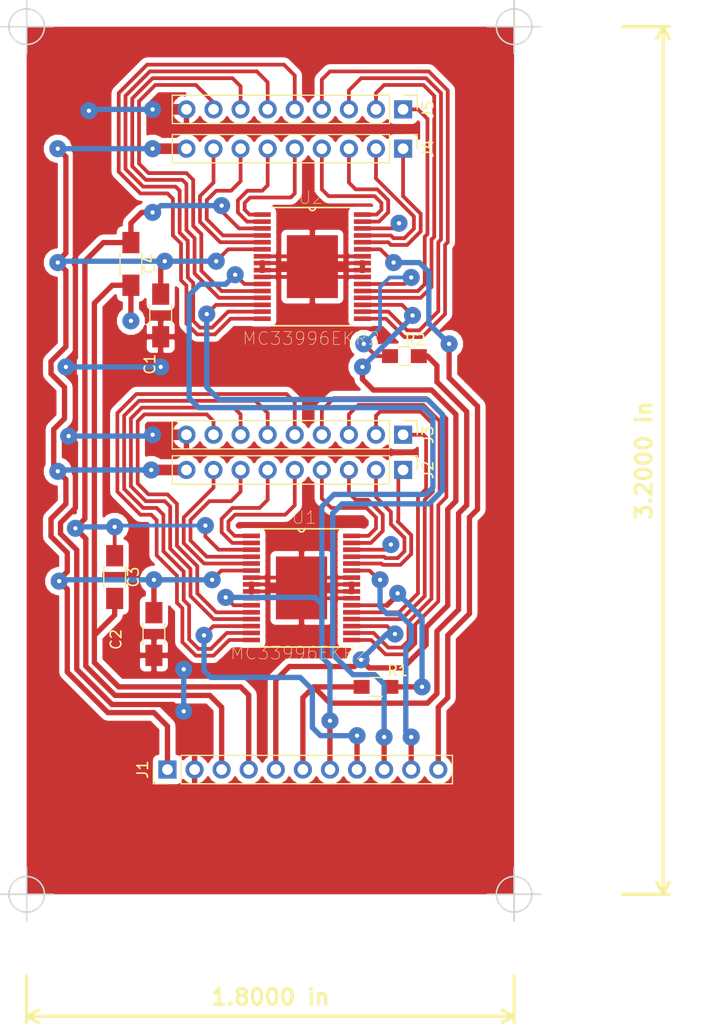
<source format=kicad_pcb>
(kicad_pcb (version 4) (host pcbnew 4.0.6)
  (layers (0 F.Cu signal) (31 B.Cu signal) (34 B.Paste user) (35 F.Paste user) (36 B.SilkS user) (37 F.SilkS user) (38 B.Mask user) (39 F.Mask user) (44 Edge.Cuts user))
  (net 0 "")
  (net 1 /VKX0)
  (net 2 /VKX1)
  (net 3 /VKX2)
  (net 4 /VKX3)
  (net 5 /VKX4)
  (net 6 /VKX5)
  (net 7 /VKX6)
  (net 8 /VKX7)
  (net 9 /VKX8)
  (net 10 /VKX9)
  (net 11 /VKX10)
  (net 12 /VKX11)
  (net 13 /VKX12)
  (net 14 /VKX13)
  (net 15 /VKX14)
  (net 16 /VKX15)
  (net 17 GNDPWR)
  (net 18 GND)
  (net 19 /VKY12)
  (net 20 /VKY13)
  (net 21 /VKY14)
  (net 22 /VKY15)
  (net 23 /VKY0)
  (net 24 /VKY1)
  (net 25 /VKY2)
  (net 26 /VKY3)
  (net 27 /VKY11)
  (net 28 /VKY10)
  (net 29 /VKY9)
  (net 30 /VKY8)
  (net 31 /VKY7)
  (net 32 /VKY6)
  (net 33 /VKY5)
  (net 34 /VKY4)
  (net 35 /VK_PWM)
  (net 36 VDD)
  (net 37 +24.0V)
  (net 38 MOSI)
  (net 39 MISO)
  (net 40 SCLK)
  (net 41 /U1_CS)
  (net 42 /U2_CS)
  (net 43 /U2_RST)
  (net 44 /U1_RST)
  (net 45 "Net-(R1-Pad2)")
  (net 46 "Net-(R2-Pad2)")
  (module Pin_Headers:Pin_Header_Straight_1x09_Pitch2.54mm (layer F.Cu) (at 139.446 85.217 270)
    (fp_text reference J5 (at 0 -2.33 270) (layer F.SilkS))
    (fp_text value VIKING_CON_01X09)
    (pad 1 thru_hole rect (at 0 0 270) (size 1.7 1.7) (drill 1) (layers *.Cu *.Mask) (net 27 /VKY11))
    (pad 2 thru_hole oval (at 0 2.54 270) (size 1.7 1.7) (drill 1) (layers *.Cu *.Mask) (net 28 /VKY10))
    (pad 3 thru_hole oval (at 0 5.08 270) (size 1.7 1.7) (drill 1) (layers *.Cu *.Mask) (net 29 /VKY9))
    (pad 4 thru_hole oval (at 0 7.62 270) (size 1.7 1.7) (drill 1) (layers *.Cu *.Mask) (net 30 /VKY8))
    (pad 5 thru_hole oval (at 0 10.16 270) (size 1.7 1.7) (drill 1) (layers *.Cu *.Mask) (net 31 /VKY7))
    (pad 6 thru_hole oval (at 0 12.7 270) (size 1.7 1.7) (drill 1) (layers *.Cu *.Mask) (net 32 /VKY6))
    (pad 7 thru_hole oval (at 0 15.24 270) (size 1.7 1.7) (drill 1) (layers *.Cu *.Mask) (net 33 /VKY5))
    (pad 8 thru_hole oval (at 0 17.78 270) (size 1.7 1.7) (drill 1) (layers *.Cu *.Mask) (net 34 /VKY4))
    (pad 9 thru_hole oval (at 0 20.32 270) (size 1.7 1.7) (drill 1) (layers *.Cu *.Mask) (net 17 GNDPWR))
  )
  (module CenditFootprints:MC33996-SOIC32 (layer F.Cu) (at 129.921 130.048)
    (fp_text reference U1 (at 0.254 -6.604) (layer F.SilkS) (effects (font (size 1.2 1.2) (thickness 0.05))))
    (fp_text value MC33996EKR2 (at -0.254 6.096) (layer F.SilkS) (effects (font (size 1.2 1.2) (thickness 0.05))))
    (pad 1 smd rect (at -4.699 -4.8768) (size 1.6002 0.4318) (layers F.Cu F.Paste F.Mask) (net 1 /VKX0))
    (pad 2 smd rect (at -4.699 -4.2164) (size 1.6002 0.4318) (layers F.Cu F.Paste F.Mask) (net 2 /VKX1))
    (pad 3 smd rect (at -4.699 -3.5814) (size 1.6002 0.4318) (layers F.Cu F.Paste F.Mask) (net 36 VDD))
    (pad 4 smd rect (at -4.699 -2.921) (size 1.6002 0.4318) (layers F.Cu F.Paste F.Mask) (net 3 /VKX2))
    (pad 5 smd rect (at -4.699 -2.286) (size 1.6002 0.4318) (layers F.Cu F.Paste F.Mask) (net 4 /VKX3))
    (pad 6 smd rect (at -4.699 -1.6256) (size 1.6002 0.4318) (layers F.Cu F.Paste F.Mask) (net 37 +24.0V))
    (pad 7 smd rect (at -4.699 -0.9652) (size 1.6002 0.4318) (layers F.Cu F.Paste F.Mask) (net 17 GNDPWR))
    (pad 8 smd rect (at -4.699 -0.3302) (size 1.6002 0.4318) (layers F.Cu F.Paste F.Mask) (net 17 GNDPWR))
    (pad 9 smd rect (at -4.699 0.3302) (size 1.6002 0.4318) (layers F.Cu F.Paste F.Mask) (net 17 GNDPWR))
    (pad 10 smd rect (at -4.699 0.9652) (size 1.6002 0.4318) (layers F.Cu F.Paste F.Mask) (net 17 GNDPWR))
    (pad 11 smd rect (at -4.699 1.6256) (size 1.6002 0.4318) (layers F.Cu F.Paste F.Mask) (net 40 SCLK))
    (pad 12 smd rect (at -4.699 2.286) (size 1.6002 0.4318) (layers F.Cu F.Paste F.Mask) (net 5 /VKX4))
    (pad 13 smd rect (at -4.699 2.921) (size 1.6002 0.4318) (layers F.Cu F.Paste F.Mask) (net 6 /VKX5))
    (pad 14 smd rect (at -4.699 3.5814) (size 1.6002 0.4318) (layers F.Cu F.Paste F.Mask) (net 41 /U1_CS))
    (pad 15 smd rect (at -4.699 4.2164) (size 1.6002 0.4318) (layers F.Cu F.Paste F.Mask) (net 7 /VKX6))
    (pad 16 smd rect (at -4.699 4.8768) (size 1.6002 0.4318) (layers F.Cu F.Paste F.Mask) (net 8 /VKX7))
    (pad 17 smd rect (at 4.699 4.8768) (size 1.6002 0.4318) (layers F.Cu F.Paste F.Mask) (net 9 /VKX8))
    (pad 18 smd rect (at 4.699 4.2164) (size 1.6002 0.4318) (layers F.Cu F.Paste F.Mask) (net 10 /VKX9))
    (pad 19 smd rect (at 4.699 3.5814) (size 1.6002 0.4318) (layers F.Cu F.Paste F.Mask) (net 38 MOSI))
    (pad 20 smd rect (at 4.699 2.921) (size 1.6002 0.4318) (layers F.Cu F.Paste F.Mask) (net 11 /VKX10))
    (pad 21 smd rect (at 4.699 2.286) (size 1.6002 0.4318) (layers F.Cu F.Paste F.Mask) (net 12 /VKX11))
    (pad 22 smd rect (at 4.699 1.6256) (size 1.6002 0.4318) (layers F.Cu F.Paste F.Mask) (net 45 "Net-(R1-Pad2)"))
    (pad 23 smd rect (at 4.699 0.9652) (size 1.6002 0.4318) (layers F.Cu F.Paste F.Mask) (net 17 GNDPWR))
    (pad 24 smd rect (at 4.699 0.3302) (size 1.6002 0.4318) (layers F.Cu F.Paste F.Mask) (net 17 GNDPWR))
    (pad 25 smd rect (at 4.699 -0.3302) (size 1.6002 0.4318) (layers F.Cu F.Paste F.Mask) (net 17 GNDPWR))
    (pad 26 smd rect (at 4.699 -0.9652) (size 1.6002 0.4318) (layers F.Cu F.Paste F.Mask) (net 17 GNDPWR))
    (pad 27 smd rect (at 4.699 -1.6256) (size 1.6002 0.4318) (layers F.Cu F.Paste F.Mask) (net 44 /U1_RST))
    (pad 28 smd rect (at 4.699 -2.286) (size 1.6002 0.4318) (layers F.Cu F.Paste F.Mask) (net 13 /VKX12))
    (pad 29 smd rect (at 4.699 -2.921) (size 1.6002 0.4318) (layers F.Cu F.Paste F.Mask) (net 14 /VKX13))
    (pad 30 smd rect (at 4.699 -3.5814) (size 1.6002 0.4318) (layers F.Cu F.Paste F.Mask) (net 35 /VK_PWM))
    (pad 31 smd rect (at 4.699 -4.2164) (size 1.6002 0.4318) (layers F.Cu F.Paste F.Mask) (net 15 /VKX14))
    (pad 32 smd rect (at 4.699 -4.8768) (size 1.6002 0.4318) (layers F.Cu F.Paste F.Mask) (net 16 /VKX15))
    (pad 33 smd rect (at 0 0) (size 4.8006 5.8928) (layers F.Cu F.Paste F.Mask) (net 17 GNDPWR))
  )
  (module CenditFootprints:MC33996-SOIC32 (layer F.Cu) (at 130.937 99.949)
    (fp_text reference U2 (at -0.127 -6.477) (layer F.SilkS) (effects (font (size 1.2 1.2) (thickness 0.05))))
    (fp_text value MC33996EKR2 (at -0.127 6.731) (layer F.SilkS) (effects (font (size 1.2 1.2) (thickness 0.05))))
    (pad 1 smd rect (at -4.699 -4.8768) (size 1.6002 0.4318) (layers F.Cu F.Paste F.Mask) (net 23 /VKY0))
    (pad 2 smd rect (at -4.699 -4.2164) (size 1.6002 0.4318) (layers F.Cu F.Paste F.Mask) (net 24 /VKY1))
    (pad 3 smd rect (at -4.699 -3.5814) (size 1.6002 0.4318) (layers F.Cu F.Paste F.Mask) (net 36 VDD))
    (pad 4 smd rect (at -4.699 -2.921) (size 1.6002 0.4318) (layers F.Cu F.Paste F.Mask) (net 25 /VKY2))
    (pad 5 smd rect (at -4.699 -2.286) (size 1.6002 0.4318) (layers F.Cu F.Paste F.Mask) (net 26 /VKY3))
    (pad 6 smd rect (at -4.699 -1.6256) (size 1.6002 0.4318) (layers F.Cu F.Paste F.Mask) (net 37 +24.0V))
    (pad 7 smd rect (at -4.699 -0.9652) (size 1.6002 0.4318) (layers F.Cu F.Paste F.Mask) (net 17 GNDPWR))
    (pad 8 smd rect (at -4.699 -0.3302) (size 1.6002 0.4318) (layers F.Cu F.Paste F.Mask) (net 17 GNDPWR))
    (pad 9 smd rect (at -4.699 0.3302) (size 1.6002 0.4318) (layers F.Cu F.Paste F.Mask) (net 17 GNDPWR))
    (pad 10 smd rect (at -4.699 0.9652) (size 1.6002 0.4318) (layers F.Cu F.Paste F.Mask) (net 17 GNDPWR))
    (pad 11 smd rect (at -4.699 1.6256) (size 1.6002 0.4318) (layers F.Cu F.Paste F.Mask) (net 40 SCLK))
    (pad 12 smd rect (at -4.699 2.286) (size 1.6002 0.4318) (layers F.Cu F.Paste F.Mask) (net 34 /VKY4))
    (pad 13 smd rect (at -4.699 2.921) (size 1.6002 0.4318) (layers F.Cu F.Paste F.Mask) (net 33 /VKY5))
    (pad 14 smd rect (at -4.699 3.5814) (size 1.6002 0.4318) (layers F.Cu F.Paste F.Mask) (net 42 /U2_CS))
    (pad 15 smd rect (at -4.699 4.2164) (size 1.6002 0.4318) (layers F.Cu F.Paste F.Mask) (net 32 /VKY6))
    (pad 16 smd rect (at -4.699 4.8768) (size 1.6002 0.4318) (layers F.Cu F.Paste F.Mask) (net 31 /VKY7))
    (pad 17 smd rect (at 4.699 4.8768) (size 1.6002 0.4318) (layers F.Cu F.Paste F.Mask) (net 30 /VKY8))
    (pad 18 smd rect (at 4.699 4.2164) (size 1.6002 0.4318) (layers F.Cu F.Paste F.Mask) (net 29 /VKY9))
    (pad 19 smd rect (at 4.699 3.5814) (size 1.6002 0.4318) (layers F.Cu F.Paste F.Mask) (net 38 MOSI))
    (pad 20 smd rect (at 4.699 2.921) (size 1.6002 0.4318) (layers F.Cu F.Paste F.Mask) (net 28 /VKY10))
    (pad 21 smd rect (at 4.699 2.286) (size 1.6002 0.4318) (layers F.Cu F.Paste F.Mask) (net 27 /VKY11))
    (pad 22 smd rect (at 4.699 1.6256) (size 1.6002 0.4318) (layers F.Cu F.Paste F.Mask) (net 46 "Net-(R2-Pad2)"))
    (pad 23 smd rect (at 4.699 0.9652) (size 1.6002 0.4318) (layers F.Cu F.Paste F.Mask) (net 17 GNDPWR))
    (pad 24 smd rect (at 4.699 0.3302) (size 1.6002 0.4318) (layers F.Cu F.Paste F.Mask) (net 17 GNDPWR))
    (pad 25 smd rect (at 4.699 -0.3302) (size 1.6002 0.4318) (layers F.Cu F.Paste F.Mask) (net 17 GNDPWR))
    (pad 26 smd rect (at 4.699 -0.9652) (size 1.6002 0.4318) (layers F.Cu F.Paste F.Mask) (net 17 GNDPWR))
    (pad 27 smd rect (at 4.699 -1.6256) (size 1.6002 0.4318) (layers F.Cu F.Paste F.Mask) (net 43 /U2_RST))
    (pad 28 smd rect (at 4.699 -2.286) (size 1.6002 0.4318) (layers F.Cu F.Paste F.Mask) (net 19 /VKY12))
    (pad 29 smd rect (at 4.699 -2.921) (size 1.6002 0.4318) (layers F.Cu F.Paste F.Mask) (net 20 /VKY13))
    (pad 30 smd rect (at 4.699 -3.5814) (size 1.6002 0.4318) (layers F.Cu F.Paste F.Mask) (net 35 /VK_PWM))
    (pad 31 smd rect (at 4.699 -4.2164) (size 1.6002 0.4318) (layers F.Cu F.Paste F.Mask) (net 21 /VKY14))
    (pad 32 smd rect (at 4.699 -4.8768) (size 1.6002 0.4318) (layers F.Cu F.Paste F.Mask) (net 22 /VKY15))
    (pad 33 smd rect (at 0 0) (size 4.8006 5.8928) (layers F.Cu F.Paste F.Mask) (net 17 GNDPWR))
  )
  (module Capacitors_SMD:C_1206_HandSoldering (layer F.Cu) (at 116.713 104.521 270)
    (fp_text reference C1 (at 4.572 1.016 270) (layer F.SilkS))
    (fp_text value 0.1uF/30V)
    (pad 1 smd rect (at -2 0 270) (size 2 1.6) (layers F.Cu F.Paste F.Mask) (net 37 +24.0V))
    (pad 2 smd rect (at 2 0 270) (size 2 1.6) (layers F.Cu F.Paste F.Mask) (net 17 GNDPWR))
  )
  (module Capacitors_SMD:C_1206_HandSoldering (layer F.Cu) (at 116.078 134.366 270)
    (fp_text reference C2 (at 0.508 3.556 270) (layer F.SilkS))
    (fp_text value 0.1uF/30V)
    (pad 1 smd rect (at -2 0 270) (size 2 1.6) (layers F.Cu F.Paste F.Mask) (net 37 +24.0V))
    (pad 2 smd rect (at 2 0 270) (size 2 1.6) (layers F.Cu F.Paste F.Mask) (net 17 GNDPWR))
  )
  (module Resistors_SMD:R_0805_HandSoldering (layer F.Cu) (at 136.906 139.319)
    (fp_text reference R1 (at 2.032 -1.524) (layer F.SilkS))
    (fp_text value 1k)
    (pad 1 smd rect (at -1.35 0) (size 1.5 1.3) (layers F.Cu F.Paste F.Mask) (net 39 MISO))
    (pad 2 smd rect (at 1.35 0) (size 1.5 1.3) (layers F.Cu F.Paste F.Mask) (net 45 "Net-(R1-Pad2)"))
  )
  (module Resistors_SMD:R_0805_HandSoldering (layer F.Cu) (at 139.573 108.331 180)
    (fp_text reference R2 (at -1.016 1.524 180) (layer F.SilkS))
    (fp_text value 1k)
    (pad 1 smd rect (at -1.35 0 180) (size 1.5 1.3) (layers F.Cu F.Paste F.Mask) (net 39 MISO))
    (pad 2 smd rect (at 1.35 0 180) (size 1.5 1.3) (layers F.Cu F.Paste F.Mask) (net 46 "Net-(R2-Pad2)"))
  )
  (module Pin_Headers:Pin_Header_Straight_1x09_Pitch2.54mm (layer F.Cu) (at 139.446 118.999 270)
    (fp_text reference J2 (at 0 -2.33 270) (layer F.SilkS))
    (fp_text value VIKING_CON_01X09)
    (pad 1 thru_hole rect (at 0 0 270) (size 1.7 1.7) (drill 1) (layers *.Cu *.Mask) (net 13 /VKX12))
    (pad 2 thru_hole oval (at 0 2.54 270) (size 1.7 1.7) (drill 1) (layers *.Cu *.Mask) (net 14 /VKX13))
    (pad 3 thru_hole oval (at 0 5.08 270) (size 1.7 1.7) (drill 1) (layers *.Cu *.Mask) (net 15 /VKX14))
    (pad 4 thru_hole oval (at 0 7.62 270) (size 1.7 1.7) (drill 1) (layers *.Cu *.Mask) (net 16 /VKX15))
    (pad 5 thru_hole oval (at 0 10.16 270) (size 1.7 1.7) (drill 1) (layers *.Cu *.Mask) (net 1 /VKX0))
    (pad 6 thru_hole oval (at 0 12.7 270) (size 1.7 1.7) (drill 1) (layers *.Cu *.Mask) (net 2 /VKX1))
    (pad 7 thru_hole oval (at 0 15.24 270) (size 1.7 1.7) (drill 1) (layers *.Cu *.Mask) (net 3 /VKX2))
    (pad 8 thru_hole oval (at 0 17.78 270) (size 1.7 1.7) (drill 1) (layers *.Cu *.Mask) (net 4 /VKX3))
    (pad 9 thru_hole oval (at 0 20.32 270) (size 1.7 1.7) (drill 1) (layers *.Cu *.Mask) (net 37 +24.0V))
  )
  (module Pin_Headers:Pin_Header_Straight_1x09_Pitch2.54mm (layer F.Cu) (at 139.446 115.697 270)
    (fp_text reference J3 (at 0 -2.33 270) (layer F.SilkS))
    (fp_text value VIKING_CON_01X09)
    (pad 1 thru_hole rect (at 0 0 270) (size 1.7 1.7) (drill 1) (layers *.Cu *.Mask) (net 12 /VKX11))
    (pad 2 thru_hole oval (at 0 2.54 270) (size 1.7 1.7) (drill 1) (layers *.Cu *.Mask) (net 11 /VKX10))
    (pad 3 thru_hole oval (at 0 5.08 270) (size 1.7 1.7) (drill 1) (layers *.Cu *.Mask) (net 10 /VKX9))
    (pad 4 thru_hole oval (at 0 7.62 270) (size 1.7 1.7) (drill 1) (layers *.Cu *.Mask) (net 9 /VKX8))
    (pad 5 thru_hole oval (at 0 10.16 270) (size 1.7 1.7) (drill 1) (layers *.Cu *.Mask) (net 8 /VKX7))
    (pad 6 thru_hole oval (at 0 12.7 270) (size 1.7 1.7) (drill 1) (layers *.Cu *.Mask) (net 7 /VKX6))
    (pad 7 thru_hole oval (at 0 15.24 270) (size 1.7 1.7) (drill 1) (layers *.Cu *.Mask) (net 6 /VKX5))
    (pad 8 thru_hole oval (at 0 17.78 270) (size 1.7 1.7) (drill 1) (layers *.Cu *.Mask) (net 5 /VKX4))
    (pad 9 thru_hole oval (at 0 20.32 270) (size 1.7 1.7) (drill 1) (layers *.Cu *.Mask) (net 17 GNDPWR))
  )
  (module Pin_Headers:Pin_Header_Straight_1x09_Pitch2.54mm (layer F.Cu) (at 139.446 88.9 270)
    (fp_text reference J4 (at 0 -2.33 270) (layer F.SilkS))
    (fp_text value VIKING_CON_01X09)
    (pad 1 thru_hole rect (at 0 0 270) (size 1.7 1.7) (drill 1) (layers *.Cu *.Mask) (net 19 /VKY12))
    (pad 2 thru_hole oval (at 0 2.54 270) (size 1.7 1.7) (drill 1) (layers *.Cu *.Mask) (net 20 /VKY13))
    (pad 3 thru_hole oval (at 0 5.08 270) (size 1.7 1.7) (drill 1) (layers *.Cu *.Mask) (net 21 /VKY14))
    (pad 4 thru_hole oval (at 0 7.62 270) (size 1.7 1.7) (drill 1) (layers *.Cu *.Mask) (net 22 /VKY15))
    (pad 5 thru_hole oval (at 0 10.16 270) (size 1.7 1.7) (drill 1) (layers *.Cu *.Mask) (net 23 /VKY0))
    (pad 6 thru_hole oval (at 0 12.7 270) (size 1.7 1.7) (drill 1) (layers *.Cu *.Mask) (net 24 /VKY1))
    (pad 7 thru_hole oval (at 0 15.24 270) (size 1.7 1.7) (drill 1) (layers *.Cu *.Mask) (net 25 /VKY2))
    (pad 8 thru_hole oval (at 0 17.78 270) (size 1.7 1.7) (drill 1) (layers *.Cu *.Mask) (net 26 /VKY3))
    (pad 9 thru_hole oval (at 0 20.32 270) (size 1.7 1.7) (drill 1) (layers *.Cu *.Mask) (net 37 +24.0V))
  )
  (module Pin_Headers:Pin_Header_Straight_1x11_Pitch2.54mm (layer F.Cu) (at 117.348 147.066 90)
    (fp_text reference J1 (at 0 -2.33 90) (layer F.SilkS))
    (fp_text value DEBUG_CON_01X11)
    (pad 1 thru_hole rect (at 0 0 90) (size 1.7 1.7) (drill 1) (layers *.Cu *.Mask) (net 37 +24.0V))
    (pad 2 thru_hole oval (at 0 2.54 90) (size 1.7 1.7) (drill 1) (layers *.Cu *.Mask) (net 17 GNDPWR))
    (pad 3 thru_hole oval (at 0 5.08 90) (size 1.7 1.7) (drill 1) (layers *.Cu *.Mask) (net 36 VDD))
    (pad 4 thru_hole oval (at 0 7.62 90) (size 1.7 1.7) (drill 1) (layers *.Cu *.Mask) (net 18 GND))
    (pad 5 thru_hole oval (at 0 10.16 90) (size 1.7 1.7) (drill 1) (layers *.Cu *.Mask) (net 38 MOSI))
    (pad 6 thru_hole oval (at 0 12.7 90) (size 1.7 1.7) (drill 1) (layers *.Cu *.Mask) (net 39 MISO))
    (pad 7 thru_hole oval (at 0 15.24 90) (size 1.7 1.7) (drill 1) (layers *.Cu *.Mask) (net 40 SCLK))
    (pad 8 thru_hole oval (at 0 17.78 90) (size 1.7 1.7) (drill 1) (layers *.Cu *.Mask) (net 41 /U1_CS))
    (pad 9 thru_hole oval (at 0 20.32 90) (size 1.7 1.7) (drill 1) (layers *.Cu *.Mask) (net 42 /U2_CS))
    (pad 10 thru_hole oval (at 0 22.86 90) (size 1.7 1.7) (drill 1) (layers *.Cu *.Mask) (net 44 /U1_RST))
    (pad 11 thru_hole oval (at 0 25.4 90) (size 1.7 1.7) (drill 1) (layers *.Cu *.Mask) (net 43 /U2_RST))
  )
  (module Capacitors_SMD:C_1206_HandSoldering (layer F.Cu) (at 112.395 129.032 270)
    (fp_text reference C3 (at 0 -1.75 270) (layer F.SilkS))
    (fp_text value 0.1uF/10V)
    (pad 1 smd rect (at -2 0 270) (size 2 1.6) (layers F.Cu F.Paste F.Mask) (net 36 VDD))
    (pad 2 smd rect (at 2 0 270) (size 2 1.6) (layers F.Cu F.Paste F.Mask) (net 18 GND))
  )
  (module Capacitors_SMD:C_1206_HandSoldering (layer F.Cu) (at 113.919 99.695 270)
    (fp_text reference C4 (at 0 -1.75 270) (layer F.SilkS))
    (fp_text value 0.1uF/10V)
    (pad 1 smd rect (at -2 0 270) (size 2 1.6) (layers F.Cu F.Paste F.Mask) (net 36 VDD))
    (pad 2 smd rect (at 2 0 270) (size 2 1.6) (layers F.Cu F.Paste F.Mask) (net 18 GND))
  )
  (target plus (at 149.86 77.47) (size 5) (width 0.15) (layer Edge.Cuts))
  (target plus (at 104.14 77.47) (size 5) (width 0.15) (layer Edge.Cuts))
  (target plus (at 149.86 158.75) (size 5) (width 0.15) (layer Edge.Cuts))
  (target plus (at 104.14 158.75) (size 5) (width 0.15) (layer Edge.Cuts))
  (dimension 45.72 (width 0.3) (layer F.SilkS) (gr_text 45,720mm (at 127 171.53) (layer F.SilkS) (effects (font (size 1.5 1.5) (thickness 0.3)))) (feature1 (pts (xy 149.86 166.37) (xy 149.86 172.88))) (feature2 (pts (xy 104.14 166.37) (xy 104.14 172.88))) (crossbar (pts (xy 104.14 170.18) (xy 149.86 170.18))) (arrow1a (pts (xy 149.86 170.18) (xy 148.733496 170.766421))) (arrow1b (pts (xy 149.86 170.18) (xy 148.733496 169.593579))) (arrow2a (pts (xy 104.14 170.18) (xy 105.266504 170.766421))) (arrow2b (pts (xy 104.14 170.18) (xy 105.266504 169.593579))))
  (dimension 81.28 (width 0.3) (layer F.SilkS) (gr_text 81,280mm (at 165.18 118.11 90) (layer F.SilkS) (effects (font (size 1.5 1.5) (thickness 0.3)))) (feature1 (pts (xy 160.02 77.47) (xy 166.53 77.47))) (feature2 (pts (xy 160.02 158.75) (xy 166.53 158.75))) (crossbar (pts (xy 163.83 158.75) (xy 163.83 77.47))) (arrow1a (pts (xy 163.83 77.47) (xy 164.416421 78.596504))) (arrow1b (pts (xy 163.83 77.47) (xy 163.243579 78.596504))) (arrow2a (pts (xy 163.83 158.75) (xy 164.416421 157.623496))) (arrow2b (pts (xy 163.83 158.75) (xy 163.243579 157.623496))))
  (segment (start 129.286 118.999) (end 129.286 122.301) (width 0.35) (layer F.Cu) (net 1))
  (segment (start 123.6472 125.1712) (end 123.063 124.587) (width 0.35) (layer F.Cu) (net 1))
  (segment (start 123.063 124.587) (end 123.063 123.825) (width 0.35) (layer F.Cu) (net 1))
  (segment (start 123.063 123.825) (end 123.698 123.19) (width 0.35) (layer F.Cu) (net 1))
  (segment (start 123.698 123.19) (end 128.397 123.19) (width 0.35) (layer F.Cu) (net 1))
  (segment (start 128.397 123.19) (end 129.286 122.301) (width 0.35) (layer F.Cu) (net 1))
  (segment (start 123.6472 125.1712) (end 125.222 125.1712) (width 0.35) (layer F.Cu) (net 1))
  (segment (start 126.746 118.999) (end 126.746 121.793) (width 0.35) (layer F.Cu) (net 2))
  (segment (start 123.4186 125.8316) (end 122.428 124.841) (width 0.35) (layer F.Cu) (net 2))
  (segment (start 122.428 124.841) (end 122.428 123.571) (width 0.35) (layer F.Cu) (net 2))
  (segment (start 122.428 123.571) (end 123.444 122.555) (width 0.35) (layer F.Cu) (net 2))
  (segment (start 123.444 122.555) (end 125.984 122.555) (width 0.35) (layer F.Cu) (net 2))
  (segment (start 125.984 122.555) (end 126.746 121.793) (width 0.35) (layer F.Cu) (net 2))
  (segment (start 123.4186 125.8316) (end 125.222 125.8316) (width 0.35) (layer F.Cu) (net 2))
  (segment (start 124.206 118.999) (end 124.206 121.031) (width 0.35) (layer F.Cu) (net 3))
  (segment (start 121.031 127.127) (end 119.507 125.603) (width 0.35) (layer F.Cu) (net 3))
  (segment (start 119.507 125.603) (end 119.507 123.698) (width 0.35) (layer F.Cu) (net 3))
  (segment (start 119.507 123.698) (end 121.285 121.92) (width 0.35) (layer F.Cu) (net 3))
  (segment (start 121.285 121.92) (end 123.317 121.92) (width 0.35) (layer F.Cu) (net 3))
  (segment (start 123.317 121.92) (end 124.206 121.031) (width 0.35) (layer F.Cu) (net 3))
  (segment (start 121.031 127.127) (end 125.222 127.127) (width 0.35) (layer F.Cu) (net 3))
  (segment (start 121.666 118.999) (end 121.666 120.65) (width 0.35) (layer F.Cu) (net 4))
  (segment (start 120.777 127.762) (end 125.222 127.762) (width 0.35) (layer F.Cu) (net 4))
  (segment (start 121.031 121.285) (end 121.666 120.65) (width 0.35) (layer F.Cu) (net 4))
  (segment (start 118.872 123.444) (end 121.031 121.285) (width 0.35) (layer F.Cu) (net 4))
  (segment (start 118.872 125.857) (end 118.872 123.444) (width 0.35) (layer F.Cu) (net 4))
  (segment (start 120.777 127.762) (end 118.872 125.857) (width 0.35) (layer F.Cu) (net 4))
  (segment (start 118.237 126.111) (end 118.237 122.174) (width 0.35) (layer F.Cu) (net 5))
  (segment (start 125.222 132.334) (end 121.92 132.334) (width 0.35) (layer F.Cu) (net 5))
  (segment (start 120.142 128.016) (end 118.237 126.111) (width 0.35) (layer F.Cu) (net 5))
  (segment (start 120.142 130.556) (end 120.142 128.016) (width 0.35) (layer F.Cu) (net 5))
  (segment (start 121.92 132.334) (end 120.142 130.556) (width 0.35) (layer F.Cu) (net 5))
  (segment (start 121.666 114.427) (end 121.666 115.697) (width 0.35) (layer F.Cu) (net 5))
  (segment (start 121.031 113.792) (end 121.666 114.427) (width 0.35) (layer F.Cu) (net 5))
  (segment (start 115.189 113.792) (end 121.031 113.792) (width 0.35) (layer F.Cu) (net 5))
  (segment (start 114.554 114.427) (end 115.189 113.792) (width 0.35) (layer F.Cu) (net 5))
  (segment (start 114.554 120.269) (end 114.554 114.427) (width 0.35) (layer F.Cu) (net 5))
  (segment (start 115.57 121.285) (end 114.554 120.269) (width 0.35) (layer F.Cu) (net 5))
  (segment (start 117.348 121.285) (end 115.57 121.285) (width 0.35) (layer F.Cu) (net 5))
  (segment (start 118.237 122.174) (end 117.348 121.285) (width 0.35) (layer F.Cu) (net 5))
  (segment (start 117.602 126.365) (end 117.602 122.428) (width 0.35) (layer F.Cu) (net 6))
  (segment (start 125.222 132.969) (end 121.666 132.969) (width 0.35) (layer F.Cu) (net 6))
  (segment (start 119.507 128.27) (end 117.602 126.365) (width 0.35) (layer F.Cu) (net 6))
  (segment (start 119.507 130.81) (end 119.507 128.27) (width 0.35) (layer F.Cu) (net 6))
  (segment (start 121.666 132.969) (end 119.507 130.81) (width 0.35) (layer F.Cu) (net 6))
  (segment (start 124.206 113.792) (end 124.206 115.697) (width 0.35) (layer F.Cu) (net 6))
  (segment (start 123.571 113.157) (end 124.206 113.792) (width 0.35) (layer F.Cu) (net 6))
  (segment (start 114.935 113.157) (end 123.571 113.157) (width 0.35) (layer F.Cu) (net 6))
  (segment (start 113.919 114.173) (end 114.935 113.157) (width 0.35) (layer F.Cu) (net 6))
  (segment (start 113.919 120.523) (end 113.919 114.173) (width 0.35) (layer F.Cu) (net 6))
  (segment (start 115.316 121.92) (end 113.919 120.523) (width 0.35) (layer F.Cu) (net 6))
  (segment (start 117.094 121.92) (end 115.316 121.92) (width 0.35) (layer F.Cu) (net 6))
  (segment (start 117.602 122.428) (end 117.094 121.92) (width 0.35) (layer F.Cu) (net 6))
  (segment (start 116.967 123.19) (end 116.967 126.619) (width 0.35) (layer F.Cu) (net 7))
  (segment (start 125.603 112.522) (end 126.746 113.665) (width 0.35) (layer F.Cu) (net 7))
  (segment (start 126.746 115.697) (end 126.746 113.665) (width 0.35) (layer F.Cu) (net 7))
  (segment (start 122.9106 134.2644) (end 125.222 134.2644) (width 0.35) (layer F.Cu) (net 7))
  (segment (start 118.872 128.524) (end 116.967 126.619) (width 0.35) (layer F.Cu) (net 7))
  (segment (start 118.872 131.191) (end 118.872 128.524) (width 0.35) (layer F.Cu) (net 7))
  (segment (start 119.38 131.699) (end 118.872 131.191) (width 0.35) (layer F.Cu) (net 7))
  (segment (start 119.38 134.874) (end 119.38 131.699) (width 0.35) (layer F.Cu) (net 7))
  (segment (start 120.269 135.763) (end 119.38 134.874) (width 0.35) (layer F.Cu) (net 7))
  (segment (start 121.412 135.763) (end 120.269 135.763) (width 0.35) (layer F.Cu) (net 7))
  (segment (start 122.9106 134.2644) (end 121.412 135.763) (width 0.35) (layer F.Cu) (net 7))
  (segment (start 114.681 112.522) (end 125.095 112.522) (width 0.35) (layer F.Cu) (net 7))
  (segment (start 113.284 113.919) (end 114.681 112.522) (width 0.35) (layer F.Cu) (net 7))
  (segment (start 113.284 120.777) (end 113.284 113.919) (width 0.35) (layer F.Cu) (net 7))
  (segment (start 115.062 122.555) (end 113.284 120.777) (width 0.35) (layer F.Cu) (net 7))
  (segment (start 116.332 122.555) (end 115.062 122.555) (width 0.35) (layer F.Cu) (net 7))
  (segment (start 116.967 123.19) (end 116.332 122.555) (width 0.35) (layer F.Cu) (net 7))
  (segment (start 125.095 112.522) (end 125.603 112.522) (width 0.35) (layer F.Cu) (net 7))
  (segment (start 116.332 127) (end 116.332 123.698) (width 0.35) (layer F.Cu) (net 8))
  (segment (start 129.286 112.649) (end 129.286 115.697) (width 0.35) (layer F.Cu) (net 8))
  (segment (start 128.524 111.887) (end 129.286 112.649) (width 0.35) (layer F.Cu) (net 8))
  (segment (start 114.427 111.887) (end 128.524 111.887) (width 0.35) (layer F.Cu) (net 8))
  (segment (start 112.649 113.665) (end 114.427 111.887) (width 0.35) (layer F.Cu) (net 8))
  (segment (start 112.649 121.031) (end 112.649 113.665) (width 0.35) (layer F.Cu) (net 8))
  (segment (start 114.808 123.19) (end 112.649 121.031) (width 0.35) (layer F.Cu) (net 8))
  (segment (start 115.824 123.19) (end 114.808 123.19) (width 0.35) (layer F.Cu) (net 8))
  (segment (start 116.332 123.698) (end 115.824 123.19) (width 0.35) (layer F.Cu) (net 8))
  (segment (start 125.222 134.9248) (end 123.1392 134.9248) (width 0.35) (layer F.Cu) (net 8))
  (segment (start 118.237 128.905) (end 116.332 127) (width 0.35) (layer F.Cu) (net 8))
  (segment (start 116.332 127) (end 116.332 127) (width 0.35) (layer F.Cu) (net 8))
  (segment (start 118.237 131.445) (end 118.237 128.905) (width 0.35) (layer F.Cu) (net 8))
  (segment (start 118.745 131.953) (end 118.237 131.445) (width 0.35) (layer F.Cu) (net 8))
  (segment (start 118.745 135.128) (end 118.745 131.953) (width 0.35) (layer F.Cu) (net 8))
  (segment (start 120.015 136.398) (end 118.745 135.128) (width 0.35) (layer F.Cu) (net 8))
  (segment (start 121.666 136.398) (end 120.015 136.398) (width 0.35) (layer F.Cu) (net 8))
  (segment (start 123.1392 134.9248) (end 121.666 136.398) (width 0.35) (layer F.Cu) (net 8))
  (segment (start 142.748 124.079) (end 142.748 122.301) (width 0.35) (layer F.Cu) (net 9))
  (segment (start 136.4488 134.9248) (end 137.795 136.271) (width 0.35) (layer F.Cu) (net 9))
  (segment (start 137.795 136.271) (end 139.573 136.271) (width 0.35) (layer F.Cu) (net 9))
  (segment (start 139.573 136.271) (end 140.589 135.255) (width 0.35) (layer F.Cu) (net 9))
  (segment (start 140.589 135.255) (end 140.589 133.477) (width 0.35) (layer F.Cu) (net 9))
  (segment (start 140.589 133.477) (end 142.748 131.318) (width 0.35) (layer F.Cu) (net 9))
  (segment (start 142.748 131.318) (end 142.748 124.079) (width 0.35) (layer F.Cu) (net 9))
  (segment (start 134.62 134.9248) (end 136.4488 134.9248) (width 0.35) (layer F.Cu) (net 9))
  (segment (start 131.826 113.411) (end 131.826 115.697) (width 0.35) (layer F.Cu) (net 9))
  (segment (start 132.969 112.268) (end 131.826 113.411) (width 0.35) (layer F.Cu) (net 9))
  (segment (start 141.605 112.268) (end 132.969 112.268) (width 0.35) (layer F.Cu) (net 9))
  (segment (start 143.51 114.173) (end 141.605 112.268) (width 0.35) (layer F.Cu) (net 9))
  (segment (start 143.51 121.539) (end 143.51 114.173) (width 0.35) (layer F.Cu) (net 9))
  (segment (start 142.748 122.301) (end 143.51 121.539) (width 0.35) (layer F.Cu) (net 9))
  (segment (start 142.113 124.333) (end 142.113 122.047) (width 0.35) (layer F.Cu) (net 10))
  (segment (start 136.6774 134.2644) (end 138.049 135.636) (width 0.35) (layer F.Cu) (net 10))
  (segment (start 138.049 135.636) (end 139.319 135.636) (width 0.35) (layer F.Cu) (net 10))
  (segment (start 139.319 135.636) (end 139.954 135.001) (width 0.35) (layer F.Cu) (net 10))
  (segment (start 139.954 135.001) (end 139.954 133.223) (width 0.35) (layer F.Cu) (net 10))
  (segment (start 139.954 133.223) (end 142.113 131.064) (width 0.35) (layer F.Cu) (net 10))
  (segment (start 142.113 131.064) (end 142.113 124.333) (width 0.35) (layer F.Cu) (net 10))
  (segment (start 134.62 134.2644) (end 136.6774 134.2644) (width 0.35) (layer F.Cu) (net 10))
  (segment (start 134.366 113.792) (end 134.366 115.697) (width 0.35) (layer F.Cu) (net 10))
  (segment (start 135.255 112.903) (end 134.366 113.792) (width 0.35) (layer F.Cu) (net 10))
  (segment (start 141.351 112.903) (end 135.255 112.903) (width 0.35) (layer F.Cu) (net 10))
  (segment (start 142.875 114.427) (end 141.351 112.903) (width 0.35) (layer F.Cu) (net 10))
  (segment (start 142.875 121.285) (end 142.875 114.427) (width 0.35) (layer F.Cu) (net 10))
  (segment (start 142.113 122.047) (end 142.875 121.285) (width 0.35) (layer F.Cu) (net 10))
  (segment (start 141.478 124.587) (end 141.478 121.793) (width 0.35) (layer F.Cu) (net 11))
  (segment (start 139.319 132.969) (end 141.478 130.81) (width 0.35) (layer F.Cu) (net 11))
  (segment (start 141.478 130.81) (end 141.478 124.587) (width 0.35) (layer F.Cu) (net 11))
  (segment (start 134.62 132.969) (end 139.319 132.969) (width 0.35) (layer F.Cu) (net 11))
  (segment (start 136.906 113.919) (end 136.906 115.697) (width 0.35) (layer F.Cu) (net 11))
  (segment (start 137.287 113.538) (end 136.906 113.919) (width 0.35) (layer F.Cu) (net 11))
  (segment (start 141.097 113.538) (end 137.287 113.538) (width 0.35) (layer F.Cu) (net 11))
  (segment (start 142.24 114.681) (end 141.097 113.538) (width 0.35) (layer F.Cu) (net 11))
  (segment (start 142.24 121.031) (end 142.24 114.681) (width 0.35) (layer F.Cu) (net 11))
  (segment (start 141.478 121.793) (end 142.24 121.031) (width 0.35) (layer F.Cu) (net 11))
  (segment (start 140.843 124.841) (end 140.843 121.539) (width 0.35) (layer F.Cu) (net 12))
  (segment (start 139.065 132.334) (end 140.843 130.556) (width 0.35) (layer F.Cu) (net 12))
  (segment (start 140.843 130.556) (end 140.843 124.841) (width 0.35) (layer F.Cu) (net 12))
  (segment (start 134.62 132.334) (end 139.065 132.334) (width 0.35) (layer F.Cu) (net 12))
  (segment (start 141.351 115.697) (end 139.446 115.697) (width 0.35) (layer F.Cu) (net 12))
  (segment (start 141.605 115.951) (end 141.351 115.697) (width 0.35) (layer F.Cu) (net 12))
  (segment (start 141.605 120.777) (end 141.605 115.951) (width 0.35) (layer F.Cu) (net 12))
  (segment (start 140.843 121.539) (end 141.605 120.777) (width 0.35) (layer F.Cu) (net 12))
  (segment (start 139.0015 123.8885) (end 139.0015 119.4435) (width 0.35) (layer F.Cu) (net 13))
  (segment (start 139.0015 119.4435) (end 139.446 118.999) (width 0.35) (layer F.Cu) (net 13))
  (segment (start 134.62 127.762) (end 137.414 127.762) (width 0.35) (layer F.Cu) (net 13))
  (segment (start 140.208 125.095) (end 139.0015 123.8885) (width 0.35) (layer F.Cu) (net 13))
  (segment (start 139.0015 123.8885) (end 138.938 123.825) (width 0.35) (layer F.Cu) (net 13))
  (segment (start 140.208 126.873) (end 140.208 125.095) (width 0.35) (layer F.Cu) (net 13))
  (segment (start 139.192 127.889) (end 140.208 126.873) (width 0.35) (layer F.Cu) (net 13))
  (segment (start 137.541 127.889) (end 139.192 127.889) (width 0.35) (layer F.Cu) (net 13))
  (segment (start 137.414 127.762) (end 137.541 127.889) (width 0.35) (layer F.Cu) (net 13))
  (segment (start 136.906 118.999) (end 136.906 121.539) (width 0.35) (layer F.Cu) (net 14))
  (segment (start 137.668 127.127) (end 137.795 127.254) (width 0.35) (layer F.Cu) (net 14))
  (segment (start 137.795 127.254) (end 138.938 127.254) (width 0.35) (layer F.Cu) (net 14))
  (segment (start 138.938 127.254) (end 139.573 126.619) (width 0.35) (layer F.Cu) (net 14))
  (segment (start 139.573 126.619) (end 139.573 125.349) (width 0.35) (layer F.Cu) (net 14))
  (segment (start 139.573 125.349) (end 138.303 124.079) (width 0.35) (layer F.Cu) (net 14))
  (segment (start 138.303 124.079) (end 138.303 122.936) (width 0.35) (layer F.Cu) (net 14))
  (segment (start 138.303 122.936) (end 136.906 121.539) (width 0.35) (layer F.Cu) (net 14))
  (segment (start 137.668 127.127) (end 134.62 127.127) (width 0.35) (layer F.Cu) (net 14))
  (segment (start 134.366 118.999) (end 134.366 121.158) (width 0.35) (layer F.Cu) (net 15))
  (segment (start 136.4234 125.8316) (end 137.541 124.714) (width 0.35) (layer F.Cu) (net 15))
  (segment (start 137.541 124.714) (end 137.541 123.19) (width 0.35) (layer F.Cu) (net 15))
  (segment (start 137.541 123.19) (end 136.144 121.793) (width 0.35) (layer F.Cu) (net 15))
  (segment (start 136.144 121.793) (end 135.001 121.793) (width 0.35) (layer F.Cu) (net 15))
  (segment (start 135.001 121.793) (end 134.366 121.158) (width 0.35) (layer F.Cu) (net 15))
  (segment (start 136.4234 125.8316) (end 134.62 125.8316) (width 0.35) (layer F.Cu) (net 15))
  (segment (start 131.826 118.999) (end 131.826 121.666) (width 0.35) (layer F.Cu) (net 16))
  (segment (start 136.1948 125.1712) (end 136.906 124.46) (width 0.35) (layer F.Cu) (net 16))
  (segment (start 136.906 124.46) (end 136.906 123.444) (width 0.35) (layer F.Cu) (net 16))
  (segment (start 136.906 123.444) (end 136.017 122.555) (width 0.35) (layer F.Cu) (net 16))
  (segment (start 136.017 122.555) (end 132.715 122.555) (width 0.35) (layer F.Cu) (net 16))
  (segment (start 132.715 122.555) (end 131.826 121.666) (width 0.35) (layer F.Cu) (net 16))
  (segment (start 136.1948 125.1712) (end 134.62 125.1712) (width 0.35) (layer F.Cu) (net 16))
  (segment (start 124.333 106.553) (end 122.809 106.553) (width 0.5) (layer F.Cu) (net 17))
  (segment (start 130.937 105.029) (end 129.413 106.553) (width 0.5) (layer F.Cu) (net 17))
  (segment (start 129.413 106.553) (end 124.333 106.553) (width 0.5) (layer F.Cu) (net 17))
  (segment (start 130.937 99.949) (end 130.937 105.029) (width 0.5) (layer F.Cu) (net 17))
  (segment (start 120.015 109.347) (end 116.713 109.347) (width 0.5) (layer F.Cu) (net 17))
  (segment (start 122.809 106.553) (end 120.015 109.347) (width 0.5) (layer F.Cu) (net 17))
  (segment (start 125.222 136.906) (end 122.428 136.906) (width 0.5) (layer F.Cu) (net 17))
  (segment (start 129.921 133.985) (end 127 136.906) (width 0.5) (layer F.Cu) (net 17))
  (segment (start 127 136.906) (end 125.222 136.906) (width 0.5) (layer F.Cu) (net 17))
  (segment (start 129.921 130.048) (end 129.921 133.985) (width 0.5) (layer F.Cu) (net 17))
  (segment (start 121.666 137.668) (end 118.872 137.668) (width 0.5) (layer F.Cu) (net 17))
  (segment (start 122.428 136.906) (end 121.666 137.668) (width 0.5) (layer F.Cu) (net 17))
  (segment (start 107.823 109.347) (end 108.712 108.458) (width 0.5) (layer F.Cu) (net 17))
  (via (at 115.951 85.217) (size 1.6) (drill 0.4) (layers F.Cu B.Cu) (net 17))
  (segment (start 115.951 85.217) (end 119.126 85.217) (width 1) (layer F.Cu) (net 17))
  (segment (start 110.109 85.217) (end 115.951 85.217) (width 0.5) (layer B.Cu) (net 17))
  (segment (start 109.982 85.344) (end 110.109 85.217) (width 0.5) (layer B.Cu) (net 17))
  (via (at 109.982 85.344) (size 1.6) (drill 0.4) (layers F.Cu B.Cu) (net 17))
  (segment (start 108.712 86.614) (end 109.982 85.344) (width 0.5) (layer F.Cu) (net 17))
  (segment (start 108.712 108.458) (end 108.712 86.614) (width 0.5) (layer F.Cu) (net 17))
  (segment (start 108.077 115.824) (end 108.712 115.189) (width 0.5) (layer F.Cu) (net 17))
  (via (at 107.823 109.347) (size 1.6) (drill 0.4) (layers F.Cu B.Cu) (net 17))
  (segment (start 116.713 109.347) (end 107.823 109.347) (width 0.5) (layer B.Cu) (net 17))
  (via (at 116.713 109.347) (size 1.6) (drill 0.4) (layers F.Cu B.Cu) (net 17))
  (segment (start 107.823 109.347) (end 108.712 110.236) (width 0.5) (layer F.Cu) (net 17))
  (segment (start 108.712 110.236) (end 108.712 110.617) (width 0.5) (layer F.Cu) (net 17))
  (segment (start 116.713 109.474) (end 116.713 106.521) (width 0.5) (layer F.Cu) (net 17))
  (segment (start 116.713 109.474) (end 116.713 109.347) (width 0.5) (layer F.Cu) (net 17))
  (segment (start 108.712 115.189) (end 108.712 110.617) (width 0.5) (layer F.Cu) (net 17))
  (segment (start 108.077 115.824) (end 115.824 115.824) (width 0.5) (layer B.Cu) (net 17))
  (via (at 115.951 115.697) (size 1.6) (drill 0.4) (layers F.Cu B.Cu) (net 17))
  (segment (start 119.126 115.697) (end 115.951 115.697) (width 1) (layer F.Cu) (net 17))
  (segment (start 108.712 116.459) (end 108.077 115.824) (width 0.5) (layer F.Cu) (net 17))
  (via (at 108.077 115.824) (size 1.6) (drill 0.4) (layers F.Cu B.Cu) (net 17))
  (segment (start 118.491 141.605) (end 117.856 140.97) (width 0.5) (layer F.Cu) (net 17))
  (segment (start 117.856 140.97) (end 112.141 140.97) (width 0.5) (layer F.Cu) (net 17))
  (segment (start 112.141 140.97) (end 108.839 137.668) (width 0.5) (layer F.Cu) (net 17))
  (segment (start 108.839 137.668) (end 108.839 126.492) (width 0.5) (layer F.Cu) (net 17))
  (segment (start 108.839 126.492) (end 107.315 124.968) (width 0.5) (layer F.Cu) (net 17))
  (segment (start 107.315 124.968) (end 107.315 123.952) (width 0.5) (layer F.Cu) (net 17))
  (segment (start 107.315 123.952) (end 108.712 122.555) (width 0.5) (layer F.Cu) (net 17))
  (segment (start 118.491 141.605) (end 118.872 141.605) (width 0.5) (layer F.Cu) (net 17))
  (segment (start 108.712 122.555) (end 108.712 116.459) (width 0.5) (layer F.Cu) (net 17))
  (segment (start 115.824 115.824) (end 115.951 115.697) (width 0.5) (layer B.Cu) (net 17))
  (segment (start 119.888 147.066) (end 119.888 142.621) (width 0.5) (layer F.Cu) (net 17))
  (segment (start 117.57 136.366) (end 118.872 137.668) (width 0.5) (layer F.Cu) (net 17))
  (segment (start 117.57 136.366) (end 116.078 136.366) (width 0.5) (layer F.Cu) (net 17))
  (via (at 118.872 137.668) (size 1.6) (drill 0.4) (layers F.Cu B.Cu) (net 17))
  (via (at 118.872 141.605) (size 1.6) (drill 0.4) (layers F.Cu B.Cu) (net 17))
  (segment (start 118.872 141.605) (end 118.872 137.668) (width 0.5) (layer B.Cu) (net 17))
  (segment (start 119.888 142.621) (end 118.872 141.605) (width 0.5) (layer F.Cu) (net 17))
  (segment (start 135.636 100.9142) (end 131.9022 100.9142) (width 0.35) (layer F.Cu) (net 17))
  (segment (start 131.9022 100.9142) (end 130.937 99.949) (width 0.35) (layer F.Cu) (net 17))
  (segment (start 135.636 100.2792) (end 131.2672 100.2792) (width 0.35) (layer F.Cu) (net 17))
  (segment (start 131.2672 100.2792) (end 130.937 99.949) (width 0.35) (layer F.Cu) (net 17))
  (segment (start 135.636 99.6188) (end 131.2672 99.6188) (width 0.35) (layer F.Cu) (net 17))
  (segment (start 131.2672 99.6188) (end 130.937 99.949) (width 0.35) (layer F.Cu) (net 17))
  (segment (start 135.636 98.9838) (end 131.9022 98.9838) (width 0.35) (layer F.Cu) (net 17))
  (segment (start 131.9022 98.9838) (end 130.937 99.949) (width 0.35) (layer F.Cu) (net 17))
  (segment (start 126.238 100.9142) (end 129.9718 100.9142) (width 0.35) (layer F.Cu) (net 17))
  (segment (start 129.9718 100.9142) (end 130.937 99.949) (width 0.35) (layer F.Cu) (net 17))
  (segment (start 126.238 100.2792) (end 130.6068 100.2792) (width 0.35) (layer F.Cu) (net 17))
  (segment (start 130.6068 100.2792) (end 130.937 99.949) (width 0.35) (layer F.Cu) (net 17))
  (segment (start 126.238 99.6188) (end 130.6068 99.6188) (width 0.35) (layer F.Cu) (net 17))
  (segment (start 130.6068 99.6188) (end 130.937 99.949) (width 0.35) (layer F.Cu) (net 17))
  (segment (start 126.238 98.9838) (end 129.9718 98.9838) (width 0.35) (layer F.Cu) (net 17))
  (segment (start 129.9718 98.9838) (end 130.937 99.949) (width 0.35) (layer F.Cu) (net 17))
  (segment (start 134.62 130.3782) (end 130.2512 130.3782) (width 0.35) (layer F.Cu) (net 17))
  (segment (start 130.2512 130.3782) (end 129.921 130.048) (width 0.35) (layer F.Cu) (net 17))
  (segment (start 134.62 129.7178) (end 130.2512 129.7178) (width 0.35) (layer F.Cu) (net 17))
  (segment (start 130.2512 129.7178) (end 129.921 130.048) (width 0.35) (layer F.Cu) (net 17))
  (segment (start 134.62 131.0132) (end 130.8862 131.0132) (width 0.35) (layer F.Cu) (net 17))
  (segment (start 130.8862 131.0132) (end 129.921 130.048) (width 0.35) (layer F.Cu) (net 17))
  (segment (start 134.62 129.0828) (end 130.8862 129.0828) (width 0.35) (layer F.Cu) (net 17))
  (segment (start 130.8862 129.0828) (end 129.921 130.048) (width 0.35) (layer F.Cu) (net 17))
  (segment (start 125.222 131.0132) (end 128.9558 131.0132) (width 0.35) (layer F.Cu) (net 17))
  (segment (start 128.9558 131.0132) (end 129.921 130.048) (width 0.35) (layer F.Cu) (net 17))
  (segment (start 125.222 130.3782) (end 129.5908 130.3782) (width 0.35) (layer F.Cu) (net 17))
  (segment (start 129.5908 130.3782) (end 129.921 130.048) (width 0.35) (layer F.Cu) (net 17))
  (segment (start 125.222 129.7178) (end 129.5908 129.7178) (width 0.35) (layer F.Cu) (net 17))
  (segment (start 129.5908 129.7178) (end 129.921 130.048) (width 0.35) (layer F.Cu) (net 17))
  (segment (start 125.222 129.0828) (end 128.9558 129.0828) (width 0.35) (layer F.Cu) (net 17))
  (segment (start 128.9558 129.0828) (end 129.921 130.048) (width 0.35) (layer F.Cu) (net 17))
  (segment (start 129.5908 130.3782) (end 129.921 130.048) (width 0.5) (layer F.Cu) (net 17))
  (segment (start 129.5908 129.7178) (end 129.921 130.048) (width 0.5) (layer F.Cu) (net 17))
  (segment (start 112.395 131.032) (end 112.395 132.588) (width 0.5) (layer F.Cu) (net 18))
  (segment (start 112.395 132.588) (end 110.49 134.493) (width 0.5) (layer F.Cu) (net 18))
  (segment (start 124.968 147.066) (end 124.968 140.081) (width 0.5) (layer F.Cu) (net 18))
  (segment (start 112.173 101.695) (end 113.919 101.695) (width 0.5) (layer F.Cu) (net 18))
  (segment (start 110.49 103.378) (end 112.173 101.695) (width 0.5) (layer F.Cu) (net 18))
  (segment (start 110.49 137.033) (end 110.49 134.493) (width 0.5) (layer F.Cu) (net 18))
  (segment (start 110.49 134.493) (end 110.49 103.378) (width 0.5) (layer F.Cu) (net 18))
  (segment (start 112.776 139.319) (end 110.49 137.033) (width 0.5) (layer F.Cu) (net 18))
  (segment (start 124.206 139.319) (end 112.776 139.319) (width 0.5) (layer F.Cu) (net 18))
  (segment (start 124.968 140.081) (end 124.206 139.319) (width 0.5) (layer F.Cu) (net 18))
  (segment (start 113.919 101.695) (end 113.919 105.029) (width 0.5) (layer F.Cu) (net 18))
  (via (at 113.919 105.029) (size 1.6) (drill 0.4) (layers F.Cu B.Cu) (net 18))
  (segment (start 135.636 97.663) (end 138.049 97.663) (width 0.35) (layer F.Cu) (net 19))
  (segment (start 139.446 93.345) (end 139.446 88.9) (width 0.35) (layer F.Cu) (net 19))
  (segment (start 141.097 94.996) (end 139.446 93.345) (width 0.35) (layer F.Cu) (net 19))
  (segment (start 141.097 96.647) (end 141.097 94.996) (width 0.35) (layer F.Cu) (net 19))
  (segment (start 139.827 97.917) (end 141.097 96.647) (width 0.35) (layer F.Cu) (net 19))
  (segment (start 138.303 97.917) (end 139.827 97.917) (width 0.35) (layer F.Cu) (net 19))
  (segment (start 138.049 97.663) (end 138.303 97.917) (width 0.35) (layer F.Cu) (net 19))
  (segment (start 140.462 95.377) (end 140.462 95.25) (width 0.35) (layer F.Cu) (net 20))
  (segment (start 138.303 97.028) (end 138.557 97.282) (width 0.35) (layer F.Cu) (net 20))
  (segment (start 138.557 97.282) (end 139.573 97.282) (width 0.35) (layer F.Cu) (net 20))
  (segment (start 139.573 97.282) (end 140.462 96.393) (width 0.35) (layer F.Cu) (net 20))
  (segment (start 140.462 96.393) (end 140.462 95.377) (width 0.35) (layer F.Cu) (net 20))
  (segment (start 135.636 97.028) (end 138.303 97.028) (width 0.35) (layer F.Cu) (net 20))
  (segment (start 136.906 91.694) (end 136.906 88.9) (width 0.35) (layer F.Cu) (net 20))
  (segment (start 140.462 95.25) (end 136.906 91.694) (width 0.35) (layer F.Cu) (net 20))
  (segment (start 135.636 95.7326) (end 137.1854 95.7326) (width 0.35) (layer F.Cu) (net 21))
  (segment (start 134.366 92.075) (end 134.366 88.9) (width 0.35) (layer F.Cu) (net 21))
  (segment (start 135.001 92.71) (end 134.366 92.075) (width 0.35) (layer F.Cu) (net 21))
  (segment (start 137.033 92.71) (end 135.001 92.71) (width 0.35) (layer F.Cu) (net 21))
  (segment (start 138.049 93.726) (end 137.033 92.71) (width 0.35) (layer F.Cu) (net 21))
  (segment (start 138.049 94.869) (end 138.049 93.726) (width 0.35) (layer F.Cu) (net 21))
  (segment (start 137.1854 95.7326) (end 138.049 94.869) (width 0.35) (layer F.Cu) (net 21))
  (segment (start 135.636 95.0722) (end 136.9568 95.0722) (width 0.35) (layer F.Cu) (net 22))
  (segment (start 131.826 92.71) (end 131.826 88.9) (width 0.35) (layer F.Cu) (net 22))
  (segment (start 132.461 93.345) (end 131.826 92.71) (width 0.35) (layer F.Cu) (net 22))
  (segment (start 136.779 93.345) (end 132.461 93.345) (width 0.35) (layer F.Cu) (net 22))
  (segment (start 137.414 93.98) (end 136.779 93.345) (width 0.35) (layer F.Cu) (net 22))
  (segment (start 137.414 94.615) (end 137.414 93.98) (width 0.35) (layer F.Cu) (net 22))
  (segment (start 136.9568 95.0722) (end 137.414 94.615) (width 0.35) (layer F.Cu) (net 22))
  (segment (start 126.238 95.0722) (end 125.0442 95.0722) (width 0.35) (layer F.Cu) (net 23))
  (segment (start 125.0442 95.0722) (end 124.587 94.615) (width 0.35) (layer F.Cu) (net 23))
  (segment (start 124.587 94.615) (end 124.587 93.98) (width 0.35) (layer F.Cu) (net 23))
  (segment (start 124.587 93.98) (end 125.095 93.472) (width 0.35) (layer F.Cu) (net 23))
  (segment (start 125.095 93.472) (end 128.905 93.472) (width 0.35) (layer F.Cu) (net 23))
  (segment (start 128.905 93.472) (end 129.286 93.091) (width 0.35) (layer F.Cu) (net 23))
  (segment (start 129.286 93.091) (end 129.286 88.9) (width 0.35) (layer F.Cu) (net 23))
  (segment (start 126.238 95.7326) (end 124.8156 95.7326) (width 0.35) (layer F.Cu) (net 24))
  (segment (start 126.746 92.329) (end 126.746 88.9) (width 0.35) (layer F.Cu) (net 24))
  (segment (start 126.238 92.837) (end 126.746 92.329) (width 0.35) (layer F.Cu) (net 24))
  (segment (start 124.841 92.837) (end 126.238 92.837) (width 0.35) (layer F.Cu) (net 24))
  (segment (start 123.952 93.726) (end 124.841 92.837) (width 0.35) (layer F.Cu) (net 24))
  (segment (start 123.952 94.869) (end 123.952 93.726) (width 0.35) (layer F.Cu) (net 24))
  (segment (start 124.8156 95.7326) (end 123.952 94.869) (width 0.35) (layer F.Cu) (net 24))
  (segment (start 126.238 97.028) (end 122.555 97.028) (width 0.35) (layer F.Cu) (net 25))
  (segment (start 124.206 91.948) (end 124.206 88.9) (width 0.35) (layer F.Cu) (net 25))
  (segment (start 123.317 92.837) (end 124.206 91.948) (width 0.35) (layer F.Cu) (net 25))
  (segment (start 121.92 92.837) (end 123.317 92.837) (width 0.35) (layer F.Cu) (net 25))
  (segment (start 121.031 93.726) (end 121.92 92.837) (width 0.35) (layer F.Cu) (net 25))
  (segment (start 121.031 95.504) (end 121.031 93.726) (width 0.35) (layer F.Cu) (net 25))
  (segment (start 122.555 97.028) (end 121.031 95.504) (width 0.35) (layer F.Cu) (net 25))
  (segment (start 126.238 97.663) (end 122.301 97.663) (width 0.35) (layer F.Cu) (net 26))
  (segment (start 121.666 92.075) (end 121.666 88.9) (width 0.35) (layer F.Cu) (net 26))
  (segment (start 120.396 93.345) (end 121.666 92.075) (width 0.35) (layer F.Cu) (net 26))
  (segment (start 120.396 95.758) (end 120.396 93.345) (width 0.35) (layer F.Cu) (net 26))
  (segment (start 122.301 97.663) (end 120.396 95.758) (width 0.35) (layer F.Cu) (net 26))
  (segment (start 135.636 102.235) (end 140.843 102.235) (width 0.35) (layer F.Cu) (net 27))
  (segment (start 140.843 85.217) (end 139.446 85.217) (width 0.35) (layer F.Cu) (net 27))
  (segment (start 141.732 86.106) (end 140.843 85.217) (width 0.35) (layer F.Cu) (net 27))
  (segment (start 141.732 96.901) (end 141.732 86.106) (width 0.35) (layer F.Cu) (net 27))
  (segment (start 141.478 97.155) (end 141.732 96.901) (width 0.35) (layer F.Cu) (net 27))
  (segment (start 141.478 101.6) (end 141.478 97.155) (width 0.35) (layer F.Cu) (net 27))
  (segment (start 140.843 102.235) (end 141.478 101.6) (width 0.35) (layer F.Cu) (net 27))
  (segment (start 142.113 101.854) (end 142.113 97.409) (width 0.35) (layer F.Cu) (net 28))
  (segment (start 135.636 102.87) (end 141.097 102.87) (width 0.35) (layer F.Cu) (net 28))
  (segment (start 141.097 102.87) (end 142.113 101.854) (width 0.35) (layer F.Cu) (net 28))
  (segment (start 136.906 83.693) (end 136.906 85.217) (width 0.35) (layer F.Cu) (net 28))
  (segment (start 137.668 82.931) (end 136.906 83.693) (width 0.35) (layer F.Cu) (net 28))
  (segment (start 141.351 82.931) (end 137.668 82.931) (width 0.35) (layer F.Cu) (net 28))
  (segment (start 142.367 83.947) (end 141.351 82.931) (width 0.35) (layer F.Cu) (net 28))
  (segment (start 142.367 97.155) (end 142.367 83.947) (width 0.35) (layer F.Cu) (net 28))
  (segment (start 142.113 97.409) (end 142.367 97.155) (width 0.35) (layer F.Cu) (net 28))
  (segment (start 135.636 104.1654) (end 138.0744 104.1654) (width 0.35) (layer F.Cu) (net 29))
  (segment (start 134.366 83.439) (end 134.366 85.217) (width 0.35) (layer F.Cu) (net 29))
  (segment (start 135.509 82.296) (end 134.366 83.439) (width 0.35) (layer F.Cu) (net 29))
  (segment (start 141.605 82.296) (end 135.509 82.296) (width 0.35) (layer F.Cu) (net 29))
  (segment (start 143.002 83.693) (end 141.605 82.296) (width 0.35) (layer F.Cu) (net 29))
  (segment (start 143.002 97.409) (end 143.002 83.693) (width 0.35) (layer F.Cu) (net 29))
  (segment (start 142.748 97.663) (end 143.002 97.409) (width 0.35) (layer F.Cu) (net 29))
  (segment (start 142.748 104.14) (end 142.748 97.663) (width 0.35) (layer F.Cu) (net 29))
  (segment (start 140.97 105.918) (end 142.748 104.14) (width 0.35) (layer F.Cu) (net 29))
  (segment (start 139.827 105.918) (end 140.97 105.918) (width 0.35) (layer F.Cu) (net 29))
  (segment (start 138.0744 104.1654) (end 139.827 105.918) (width 0.35) (layer F.Cu) (net 29))
  (segment (start 135.636 104.8258) (end 137.8458 104.8258) (width 0.35) (layer F.Cu) (net 30))
  (segment (start 137.8458 104.8258) (end 139.573 106.553) (width 0.35) (layer F.Cu) (net 30))
  (segment (start 139.573 106.553) (end 141.224 106.553) (width 0.35) (layer F.Cu) (net 30))
  (segment (start 141.224 106.553) (end 143.383 104.394) (width 0.35) (layer F.Cu) (net 30))
  (segment (start 143.383 104.394) (end 143.383 97.917) (width 0.35) (layer F.Cu) (net 30))
  (segment (start 143.383 97.917) (end 143.637 97.663) (width 0.35) (layer F.Cu) (net 30))
  (segment (start 143.637 97.663) (end 143.637 83.439) (width 0.35) (layer F.Cu) (net 30))
  (segment (start 143.637 83.439) (end 141.859 81.661) (width 0.35) (layer F.Cu) (net 30))
  (segment (start 141.859 81.661) (end 132.588 81.661) (width 0.35) (layer F.Cu) (net 30))
  (segment (start 132.588 81.661) (end 131.826 82.423) (width 0.35) (layer F.Cu) (net 30))
  (segment (start 131.826 82.423) (end 131.826 85.217) (width 0.35) (layer F.Cu) (net 30))
  (segment (start 117.856 97.028) (end 117.856 93.599) (width 0.35) (layer F.Cu) (net 31))
  (segment (start 123.2662 104.8258) (end 121.793 106.299) (width 0.35) (layer F.Cu) (net 31))
  (segment (start 121.793 106.299) (end 120.142 106.299) (width 0.35) (layer F.Cu) (net 31))
  (segment (start 120.142 106.299) (end 119.126 105.283) (width 0.35) (layer F.Cu) (net 31))
  (segment (start 119.126 105.283) (end 119.126 101.727) (width 0.35) (layer F.Cu) (net 31))
  (segment (start 119.126 101.727) (end 118.618 101.219) (width 0.35) (layer F.Cu) (net 31))
  (segment (start 118.618 101.219) (end 118.618 97.79) (width 0.35) (layer F.Cu) (net 31))
  (segment (start 118.618 97.79) (end 117.856 97.028) (width 0.35) (layer F.Cu) (net 31))
  (segment (start 126.238 104.8258) (end 123.2662 104.8258) (width 0.35) (layer F.Cu) (net 31))
  (segment (start 129.286 82.042) (end 129.286 85.217) (width 0.35) (layer F.Cu) (net 31))
  (segment (start 128.27 81.026) (end 129.286 82.042) (width 0.35) (layer F.Cu) (net 31))
  (segment (start 115.443 81.026) (end 128.27 81.026) (width 0.35) (layer F.Cu) (net 31))
  (segment (start 112.776 83.693) (end 115.443 81.026) (width 0.35) (layer F.Cu) (net 31))
  (segment (start 112.776 91.059) (end 112.776 83.693) (width 0.35) (layer F.Cu) (net 31))
  (segment (start 114.808 93.091) (end 112.776 91.059) (width 0.35) (layer F.Cu) (net 31))
  (segment (start 117.348 93.091) (end 114.808 93.091) (width 0.35) (layer F.Cu) (net 31))
  (segment (start 117.856 93.599) (end 117.348 93.091) (width 0.35) (layer F.Cu) (net 31))
  (segment (start 118.491 96.774) (end 118.491 92.837) (width 0.35) (layer F.Cu) (net 32))
  (segment (start 123.0376 104.1654) (end 121.539 105.664) (width 0.35) (layer F.Cu) (net 32))
  (segment (start 121.539 105.664) (end 120.396 105.664) (width 0.35) (layer F.Cu) (net 32))
  (segment (start 120.396 105.664) (end 119.761 105.029) (width 0.35) (layer F.Cu) (net 32))
  (segment (start 119.761 105.029) (end 119.761 101.473) (width 0.35) (layer F.Cu) (net 32))
  (segment (start 119.761 101.473) (end 119.253 100.965) (width 0.35) (layer F.Cu) (net 32))
  (segment (start 119.253 100.965) (end 119.253 97.536) (width 0.35) (layer F.Cu) (net 32))
  (segment (start 119.253 97.536) (end 118.491 96.774) (width 0.35) (layer F.Cu) (net 32))
  (segment (start 126.238 104.1654) (end 123.0376 104.1654) (width 0.35) (layer F.Cu) (net 32))
  (segment (start 126.746 82.677) (end 126.746 85.217) (width 0.35) (layer F.Cu) (net 32))
  (segment (start 125.73 81.661) (end 126.746 82.677) (width 0.35) (layer F.Cu) (net 32))
  (segment (start 115.697 81.661) (end 125.73 81.661) (width 0.35) (layer F.Cu) (net 32))
  (segment (start 113.411 83.947) (end 115.697 81.661) (width 0.35) (layer F.Cu) (net 32))
  (segment (start 113.411 90.805) (end 113.411 83.947) (width 0.35) (layer F.Cu) (net 32))
  (segment (start 115.062 92.456) (end 113.411 90.805) (width 0.35) (layer F.Cu) (net 32))
  (segment (start 118.11 92.456) (end 115.062 92.456) (width 0.35) (layer F.Cu) (net 32))
  (segment (start 118.491 92.837) (end 118.11 92.456) (width 0.35) (layer F.Cu) (net 32))
  (segment (start 119.126 96.52) (end 119.126 92.202) (width 0.35) (layer F.Cu) (net 33))
  (segment (start 122.174 102.87) (end 119.888 100.584) (width 0.35) (layer F.Cu) (net 33))
  (segment (start 119.888 100.584) (end 119.888 97.282) (width 0.35) (layer F.Cu) (net 33))
  (segment (start 119.888 97.282) (end 119.126 96.52) (width 0.35) (layer F.Cu) (net 33))
  (segment (start 126.238 102.87) (end 122.174 102.87) (width 0.35) (layer F.Cu) (net 33))
  (segment (start 124.206 83.058) (end 124.206 85.217) (width 0.35) (layer F.Cu) (net 33))
  (segment (start 123.444 82.296) (end 124.206 83.058) (width 0.35) (layer F.Cu) (net 33))
  (segment (start 115.951 82.296) (end 123.444 82.296) (width 0.35) (layer F.Cu) (net 33))
  (segment (start 114.046 84.201) (end 115.951 82.296) (width 0.35) (layer F.Cu) (net 33))
  (segment (start 114.046 90.551) (end 114.046 84.201) (width 0.35) (layer F.Cu) (net 33))
  (segment (start 115.316 91.821) (end 114.046 90.551) (width 0.35) (layer F.Cu) (net 33))
  (segment (start 118.745 91.821) (end 115.316 91.821) (width 0.35) (layer F.Cu) (net 33))
  (segment (start 119.126 92.202) (end 118.745 91.821) (width 0.35) (layer F.Cu) (net 33))
  (segment (start 117.475 91.186) (end 115.57 91.186) (width 0.35) (layer F.Cu) (net 34))
  (segment (start 120.015 82.931) (end 121.666 84.582) (width 0.35) (layer F.Cu) (net 34))
  (segment (start 116.205 82.931) (end 120.015 82.931) (width 0.35) (layer F.Cu) (net 34))
  (segment (start 114.681 84.455) (end 116.205 82.931) (width 0.35) (layer F.Cu) (net 34))
  (segment (start 114.681 90.297) (end 114.681 84.455) (width 0.35) (layer F.Cu) (net 34))
  (segment (start 115.57 91.186) (end 114.681 90.297) (width 0.35) (layer F.Cu) (net 34))
  (segment (start 121.666 84.582) (end 121.666 85.217) (width 0.35) (layer F.Cu) (net 34))
  (segment (start 119.761 96.139) (end 119.761 91.821) (width 0.35) (layer F.Cu) (net 34))
  (segment (start 126.238 102.235) (end 122.428 102.235) (width 0.35) (layer F.Cu) (net 34))
  (segment (start 122.428 102.235) (end 120.523 100.33) (width 0.35) (layer F.Cu) (net 34))
  (segment (start 120.523 100.33) (end 120.523 96.901) (width 0.35) (layer F.Cu) (net 34))
  (segment (start 120.523 96.901) (end 119.761 96.139) (width 0.35) (layer F.Cu) (net 34))
  (segment (start 119.126 91.186) (end 117.475 91.186) (width 0.35) (layer F.Cu) (net 34))
  (segment (start 117.475 91.186) (end 117.348 91.186) (width 0.35) (layer F.Cu) (net 34))
  (segment (start 119.761 91.821) (end 119.126 91.186) (width 0.35) (layer F.Cu) (net 34))
  (segment (start 135.636 96.3676) (end 138.5824 96.3676) (width 0.35) (layer F.Cu) (net 35))
  (via (at 139.065 95.885) (size 1.6) (drill 0.4) (layers F.Cu B.Cu) (net 35))
  (segment (start 138.5824 96.3676) (end 139.065 95.885) (width 0.35) (layer F.Cu) (net 35))
  (segment (start 134.62 126.4666) (end 137.8204 126.4666) (width 0.35) (layer F.Cu) (net 35))
  (via (at 138.303 125.984) (size 1.6) (drill 0.4) (layers F.Cu B.Cu) (net 35))
  (segment (start 137.8204 126.4666) (end 138.303 125.984) (width 0.35) (layer F.Cu) (net 35))
  (segment (start 113.919 97.695) (end 113.919 95.885) (width 0.5) (layer F.Cu) (net 36))
  (segment (start 116.713 94.234) (end 116.078 94.869) (width 0.5) (layer B.Cu) (net 36))
  (segment (start 116.078 94.869) (end 115.951 94.869) (width 0.5) (layer B.Cu) (net 36))
  (via (at 115.951 94.869) (size 1.6) (drill 0.4) (layers F.Cu B.Cu) (net 36))
  (segment (start 124.0536 96.3676) (end 122.428 94.742) (width 0.35) (layer F.Cu) (net 36))
  (segment (start 122.428 94.742) (end 122.428 94.234) (width 0.5) (layer F.Cu) (net 36))
  (via (at 122.428 94.234) (size 1.6) (drill 0.4) (layers F.Cu B.Cu) (net 36))
  (segment (start 124.0536 96.3676) (end 126.238 96.3676) (width 0.35) (layer F.Cu) (net 36))
  (segment (start 122.428 94.234) (end 116.713 94.234) (width 0.5) (layer B.Cu) (net 36))
  (segment (start 114.935 94.869) (end 115.951 94.869) (width 0.5) (layer F.Cu) (net 36))
  (segment (start 113.919 95.885) (end 114.935 94.869) (width 0.5) (layer F.Cu) (net 36))
  (segment (start 108.712 124.46) (end 109.601 123.571) (width 0.5) (layer F.Cu) (net 36))
  (segment (start 109.689998 99.352002) (end 111.347 97.695) (width 0.5) (layer F.Cu) (net 36))
  (segment (start 111.347 97.695) (end 113.919 97.695) (width 0.5) (layer F.Cu) (net 36))
  (segment (start 109.601 99.441) (end 109.689998 99.352002) (width 0.5) (layer F.Cu) (net 36))
  (segment (start 109.601 123.571) (end 109.601 99.441) (width 0.5) (layer F.Cu) (net 36))
  (segment (start 109.689998 137.375998) (end 109.689998 125.437998) (width 0.5) (layer F.Cu) (net 36))
  (segment (start 122.428 141.224) (end 121.323002 140.119002) (width 0.5) (layer F.Cu) (net 36))
  (segment (start 121.323002 140.119002) (end 112.433002 140.119002) (width 0.5) (layer F.Cu) (net 36))
  (segment (start 112.433002 140.119002) (end 109.689998 137.375998) (width 0.5) (layer F.Cu) (net 36))
  (segment (start 122.428 147.066) (end 122.428 141.224) (width 0.5) (layer F.Cu) (net 36))
  (segment (start 108.839 124.333) (end 112.395 124.333) (width 0.5) (layer B.Cu) (net 36))
  (segment (start 108.712 124.46) (end 108.839 124.333) (width 0.5) (layer B.Cu) (net 36))
  (via (at 108.712 124.46) (size 1.6) (drill 0.4) (layers F.Cu B.Cu) (net 36))
  (segment (start 109.689998 125.437998) (end 108.712 124.46) (width 0.5) (layer F.Cu) (net 36))
  (segment (start 112.395 127.032) (end 112.395 124.333) (width 0.35) (layer F.Cu) (net 36))
  (segment (start 122.1486 126.4666) (end 120.904 125.222) (width 0.35) (layer F.Cu) (net 36))
  (segment (start 112.395 124.333) (end 112.522 124.206) (width 0.35) (layer B.Cu) (net 36))
  (segment (start 112.522 124.206) (end 120.904 124.206) (width 0.35) (layer B.Cu) (net 36))
  (segment (start 122.1486 126.4666) (end 125.222 126.4666) (width 0.35) (layer F.Cu) (net 36))
  (via (at 120.904 124.206) (size 1.6) (drill 0.4) (layers F.Cu B.Cu) (net 36))
  (segment (start 120.904 125.222) (end 120.904 124.206) (width 0.35) (layer F.Cu) (net 36))
  (via (at 112.395 124.333) (size 1.6) (drill 0.4) (layers F.Cu B.Cu) (net 36))
  (segment (start 107.061 99.568) (end 107.061 99.441) (width 0.5) (layer F.Cu) (net 37))
  (segment (start 107.823 89.662) (end 107.061 88.9) (width 0.5) (layer F.Cu) (net 37))
  (via (at 107.061 88.9) (size 1.6) (drill 0.4) (layers F.Cu B.Cu) (net 37))
  (segment (start 107.061 88.9) (end 115.951 88.9) (width 0.5) (layer B.Cu) (net 37))
  (segment (start 115.951 88.9) (end 119.126 88.9) (width 1) (layer F.Cu) (net 37))
  (via (at 115.951 88.9) (size 1.6) (drill 0.4) (layers F.Cu B.Cu) (net 37))
  (segment (start 107.823 98.679) (end 107.823 89.662) (width 0.5) (layer F.Cu) (net 37))
  (segment (start 107.061 99.441) (end 107.823 98.679) (width 0.5) (layer F.Cu) (net 37))
  (segment (start 107.823 107.442) (end 107.823 100.33) (width 0.5) (layer F.Cu) (net 37))
  (segment (start 107.061 119.126) (end 106.68 118.745) (width 0.5) (layer F.Cu) (net 37))
  (segment (start 106.68 116.332) (end 106.68 115.189) (width 0.5) (layer F.Cu) (net 37))
  (segment (start 106.68 115.189) (end 107.696 114.173) (width 0.5) (layer F.Cu) (net 37))
  (segment (start 107.696 114.173) (end 107.696 111.252) (width 0.5) (layer F.Cu) (net 37))
  (segment (start 107.696 111.252) (end 106.426 109.982) (width 0.5) (layer F.Cu) (net 37))
  (segment (start 106.426 109.982) (end 106.426 108.839) (width 0.5) (layer F.Cu) (net 37))
  (segment (start 106.426 108.839) (end 107.823 107.442) (width 0.5) (layer F.Cu) (net 37))
  (segment (start 106.68 116.332) (end 106.68 118.745) (width 0.5) (layer F.Cu) (net 37))
  (segment (start 107.188 99.441) (end 117.094 99.441) (width 0.5) (layer B.Cu) (net 37))
  (segment (start 107.061 99.568) (end 107.188 99.441) (width 0.5) (layer B.Cu) (net 37))
  (via (at 107.061 99.568) (size 1.6) (drill 0.4) (layers F.Cu B.Cu) (net 37))
  (segment (start 107.823 100.33) (end 107.061 99.568) (width 0.5) (layer F.Cu) (net 37))
  (segment (start 106.426 123.698) (end 106.426 123.571) (width 0.5) (layer F.Cu) (net 37))
  (segment (start 115.951 118.999) (end 115.824 118.999) (width 1) (layer F.Cu) (net 37))
  (via (at 115.824 118.999) (size 1.6) (drill 0.4) (layers F.Cu B.Cu) (net 37))
  (segment (start 119.126 118.999) (end 115.951 118.999) (width 1) (layer F.Cu) (net 37))
  (segment (start 107.188 129.286) (end 107.95 128.524) (width 0.5) (layer F.Cu) (net 37))
  (segment (start 107.95 128.524) (end 107.95 126.746) (width 0.5) (layer F.Cu) (net 37))
  (segment (start 106.426 125.222) (end 106.426 123.698) (width 0.5) (layer F.Cu) (net 37))
  (segment (start 107.95 126.746) (end 106.426 125.222) (width 0.5) (layer F.Cu) (net 37))
  (segment (start 107.188 129.286) (end 107.188 129.413) (width 0.5) (layer F.Cu) (net 37))
  (segment (start 107.188 118.999) (end 115.824 118.999) (width 0.5) (layer B.Cu) (net 37))
  (segment (start 107.061 119.126) (end 107.188 118.999) (width 0.5) (layer B.Cu) (net 37))
  (via (at 107.061 119.126) (size 1.6) (drill 0.4) (layers F.Cu B.Cu) (net 37))
  (segment (start 107.823 119.888) (end 107.061 119.126) (width 0.5) (layer F.Cu) (net 37))
  (segment (start 107.823 122.174) (end 107.823 119.888) (width 0.5) (layer F.Cu) (net 37))
  (segment (start 106.426 123.571) (end 107.823 122.174) (width 0.5) (layer F.Cu) (net 37))
  (segment (start 107.95 137.922) (end 107.95 130.175) (width 0.5) (layer F.Cu) (net 37))
  (segment (start 117.348 143.002) (end 116.078 141.732) (width 0.5) (layer F.Cu) (net 37))
  (segment (start 116.078 141.732) (end 111.76 141.732) (width 0.5) (layer F.Cu) (net 37))
  (segment (start 111.76 141.732) (end 107.95 137.922) (width 0.5) (layer F.Cu) (net 37))
  (segment (start 117.348 147.066) (end 117.348 143.002) (width 0.5) (layer F.Cu) (net 37))
  (segment (start 107.315 129.286) (end 116.078 129.286) (width 0.5) (layer B.Cu) (net 37))
  (segment (start 107.188 129.413) (end 107.315 129.286) (width 0.5) (layer B.Cu) (net 37))
  (via (at 107.188 129.413) (size 1.6) (drill 0.4) (layers F.Cu B.Cu) (net 37))
  (segment (start 107.95 130.175) (end 107.188 129.413) (width 0.5) (layer F.Cu) (net 37))
  (segment (start 116.713 102.521) (end 116.713 99.822) (width 0.5) (layer F.Cu) (net 37))
  (via (at 117.094 99.441) (size 1.6) (drill 0.4) (layers F.Cu B.Cu) (net 37))
  (segment (start 116.713 99.822) (end 117.094 99.441) (width 0.5) (layer F.Cu) (net 37))
  (segment (start 117.094 99.441) (end 121.92 99.441) (width 0.5) (layer B.Cu) (net 37))
  (segment (start 123.0376 98.3234) (end 126.238 98.3234) (width 0.35) (layer F.Cu) (net 37))
  (via (at 121.92 99.441) (size 1.6) (drill 0.4) (layers F.Cu B.Cu) (net 37))
  (segment (start 123.0376 98.3234) (end 121.92 99.441) (width 0.35) (layer F.Cu) (net 37))
  (segment (start 116.078 132.366) (end 116.078 129.286) (width 0.5) (layer F.Cu) (net 37))
  (segment (start 116.078 129.286) (end 121.539 129.286) (width 0.5) (layer B.Cu) (net 37))
  (segment (start 122.4026 128.4224) (end 121.539 129.286) (width 0.35) (layer F.Cu) (net 37))
  (via (at 121.539 129.286) (size 1.6) (drill 0.4) (layers F.Cu B.Cu) (net 37))
  (segment (start 122.4026 128.4224) (end 125.222 128.4224) (width 0.35) (layer F.Cu) (net 37))
  (via (at 116.078 129.286) (size 1.6) (drill 0.4) (layers F.Cu B.Cu) (net 37))
  (segment (start 143.129 112.522) (end 142.113 111.506) (width 0.5) (layer F.Cu) (net 38))
  (segment (start 144.399 113.792) (end 143.129 112.522) (width 0.5) (layer F.Cu) (net 38))
  (segment (start 143.637 130.175) (end 143.637 122.682) (width 0.5) (layer F.Cu) (net 38))
  (segment (start 136.271 137.541) (end 139.446 137.541) (width 0.5) (layer F.Cu) (net 38))
  (segment (start 139.446 137.541) (end 141.605 135.382) (width 0.5) (layer F.Cu) (net 38))
  (segment (start 141.605 135.382) (end 141.605 133.731) (width 0.5) (layer F.Cu) (net 38))
  (segment (start 141.605 133.731) (end 143.637 131.699) (width 0.5) (layer F.Cu) (net 38))
  (segment (start 143.637 131.699) (end 143.637 130.175) (width 0.5) (layer F.Cu) (net 38))
  (segment (start 135.509 136.779) (end 136.271 137.541) (width 0.5) (layer F.Cu) (net 38))
  (segment (start 143.637 122.682) (end 144.399 121.92) (width 0.5) (layer F.Cu) (net 38))
  (segment (start 144.399 121.92) (end 144.399 113.792) (width 0.5) (layer F.Cu) (net 38))
  (segment (start 140.335 104.648) (end 140.335 104.521) (width 0.5) (layer B.Cu) (net 38))
  (segment (start 135.636 109.347) (end 140.335 104.648) (width 0.5) (layer B.Cu) (net 38))
  (via (at 135.636 109.347) (size 1.6) (drill 0.4) (layers F.Cu B.Cu) (net 38))
  (segment (start 135.636 110.49) (end 135.636 109.347) (width 0.5) (layer F.Cu) (net 38))
  (segment (start 136.652 111.506) (end 135.636 110.49) (width 0.5) (layer F.Cu) (net 38))
  (segment (start 142.113 111.506) (end 136.652 111.506) (width 0.5) (layer F.Cu) (net 38))
  (segment (start 139.3444 103.5304) (end 140.335 104.521) (width 0.35) (layer F.Cu) (net 38))
  (segment (start 139.3444 103.5304) (end 135.636 103.5304) (width 0.35) (layer F.Cu) (net 38))
  (via (at 140.335 104.521) (size 1.6) (drill 0.4) (layers F.Cu B.Cu) (net 38))
  (segment (start 140.716 104.521) (end 140.335 104.521) (width 0.5) (layer B.Cu) (net 38))
  (segment (start 127.508 147.066) (end 127.508 138.684) (width 0.5) (layer F.Cu) (net 38))
  (segment (start 137.922 134.366) (end 138.684 134.366) (width 0.5) (layer B.Cu) (net 38))
  (segment (start 135.509 136.779) (end 137.922 134.366) (width 0.5) (layer B.Cu) (net 38))
  (via (at 135.509 136.779) (size 1.6) (drill 0.4) (layers F.Cu B.Cu) (net 38))
  (segment (start 134.874 137.414) (end 135.509 136.779) (width 0.5) (layer F.Cu) (net 38))
  (segment (start 128.778 137.414) (end 134.874 137.414) (width 0.5) (layer F.Cu) (net 38))
  (segment (start 127.508 138.684) (end 128.778 137.414) (width 0.5) (layer F.Cu) (net 38))
  (segment (start 138.684 134.366) (end 138.557 134.366) (width 0.5) (layer B.Cu) (net 38))
  (segment (start 137.9474 133.6294) (end 138.684 134.366) (width 0.35) (layer F.Cu) (net 38))
  (via (at 138.684 134.366) (size 1.6) (drill 0.4) (layers F.Cu B.Cu) (net 38))
  (segment (start 137.9474 133.6294) (end 134.62 133.6294) (width 0.35) (layer F.Cu) (net 38))
  (segment (start 144.0815 112.2045) (end 142.621 110.744) (width 0.5) (layer F.Cu) (net 39))
  (segment (start 141.732 108.331) (end 140.923 108.331) (width 0.5) (layer F.Cu) (net 39))
  (segment (start 142.621 109.22) (end 141.732 108.331) (width 0.5) (layer F.Cu) (net 39))
  (segment (start 142.621 110.744) (end 142.621 109.22) (width 0.5) (layer F.Cu) (net 39))
  (segment (start 132.588 140.843) (end 141.732 140.843) (width 0.5) (layer F.Cu) (net 39))
  (segment (start 131.064 139.319) (end 132.588 140.843) (width 0.5) (layer F.Cu) (net 39))
  (segment (start 145.415 113.538) (end 144.0815 112.2045) (width 0.5) (layer F.Cu) (net 39))
  (segment (start 144.0815 112.2045) (end 144.018 112.141) (width 0.5) (layer F.Cu) (net 39))
  (segment (start 145.415 122.301) (end 145.415 113.538) (width 0.5) (layer F.Cu) (net 39))
  (segment (start 144.653 123.063) (end 145.415 122.301) (width 0.5) (layer F.Cu) (net 39))
  (segment (start 144.653 132.08) (end 144.653 123.063) (width 0.5) (layer F.Cu) (net 39))
  (segment (start 142.621 134.112) (end 144.653 132.08) (width 0.5) (layer F.Cu) (net 39))
  (segment (start 142.621 139.954) (end 142.621 134.112) (width 0.5) (layer F.Cu) (net 39))
  (segment (start 141.732 140.843) (end 142.621 139.954) (width 0.5) (layer F.Cu) (net 39))
  (segment (start 130.048 147.066) (end 130.048 140.335) (width 0.5) (layer F.Cu) (net 39))
  (segment (start 131.064 139.319) (end 135.556 139.319) (width 0.5) (layer F.Cu) (net 39))
  (segment (start 130.048 140.335) (end 131.064 139.319) (width 0.5) (layer F.Cu) (net 39))
  (segment (start 131.826 123.063) (end 131.826 122.428) (width 0.5) (layer B.Cu) (net 40))
  (segment (start 126.238 101.5746) (end 124.5616 101.5746) (width 0.35) (layer F.Cu) (net 40))
  (via (at 123.698 100.711) (size 1.6) (drill 0.4) (layers F.Cu B.Cu) (net 40))
  (segment (start 124.5616 101.5746) (end 123.698 100.711) (width 0.35) (layer F.Cu) (net 40))
  (segment (start 119.38 107.696) (end 119.38 102.87) (width 0.5) (layer B.Cu) (net 40))
  (segment (start 122.809 101.6) (end 123.698 100.711) (width 0.5) (layer B.Cu) (net 40))
  (segment (start 120.396 101.6) (end 122.809 101.6) (width 0.5) (layer B.Cu) (net 40))
  (segment (start 119.38 102.616) (end 120.396 101.6) (width 0.5) (layer B.Cu) (net 40))
  (segment (start 119.38 102.87) (end 119.38 102.616) (width 0.5) (layer B.Cu) (net 40))
  (segment (start 131.826 123.063) (end 131.826 131.699) (width 0.5) (layer B.Cu) (net 40))
  (segment (start 119.38 112.268) (end 119.38 107.696) (width 0.5) (layer B.Cu) (net 40))
  (segment (start 120.269 113.157) (end 119.38 112.268) (width 0.5) (layer B.Cu) (net 40))
  (segment (start 141.351 113.157) (end 120.269 113.157) (width 0.5) (layer B.Cu) (net 40))
  (segment (start 142.24 114.046) (end 141.351 113.157) (width 0.5) (layer B.Cu) (net 40))
  (segment (start 142.24 120.65) (end 142.24 114.046) (width 0.5) (layer B.Cu) (net 40))
  (segment (start 141.605 121.285) (end 142.24 120.65) (width 0.5) (layer B.Cu) (net 40))
  (segment (start 132.969 121.285) (end 141.605 121.285) (width 0.5) (layer B.Cu) (net 40))
  (segment (start 131.826 122.428) (end 132.969 121.285) (width 0.5) (layer B.Cu) (net 40))
  (segment (start 132.588 147.066) (end 132.588 142.494) (width 0.5) (layer F.Cu) (net 40))
  (segment (start 132.588 139.192) (end 132.588 137.287) (width 0.5) (layer B.Cu) (net 40))
  (segment (start 131.826 136.525) (end 131.826 132.461) (width 0.5) (layer B.Cu) (net 40))
  (segment (start 132.588 137.287) (end 131.826 136.525) (width 0.5) (layer B.Cu) (net 40))
  (segment (start 131.826 132.461) (end 131.826 131.699) (width 0.5) (layer B.Cu) (net 40))
  (segment (start 132.588 142.494) (end 132.588 139.192) (width 0.5) (layer B.Cu) (net 40))
  (via (at 132.588 142.494) (size 1.6) (drill 0.4) (layers F.Cu B.Cu) (net 40))
  (segment (start 131.826 131.699) (end 131.826 131.572) (width 0.5) (layer B.Cu) (net 40))
  (segment (start 125.222 131.6736) (end 123.5456 131.6736) (width 0.35) (layer F.Cu) (net 40))
  (via (at 122.809 130.937) (size 1.6) (drill 0.4) (layers F.Cu B.Cu) (net 40))
  (segment (start 123.5456 131.6736) (end 122.809 130.937) (width 0.35) (layer F.Cu) (net 40))
  (segment (start 131.191 130.937) (end 122.809 130.937) (width 0.5) (layer B.Cu) (net 40))
  (segment (start 131.826 131.572) (end 131.191 130.937) (width 0.5) (layer B.Cu) (net 40))
  (segment (start 130.937 143.129) (end 130.937 139.573) (width 0.5) (layer B.Cu) (net 41))
  (segment (start 131.699 143.891) (end 130.937 143.129) (width 0.5) (layer B.Cu) (net 41))
  (via (at 135.128 143.891) (size 1.6) (drill 0.4) (layers F.Cu B.Cu) (net 41))
  (segment (start 135.128 147.066) (end 135.128 143.891) (width 0.5) (layer F.Cu) (net 41))
  (segment (start 135.128 143.891) (end 131.699 143.891) (width 0.5) (layer B.Cu) (net 41))
  (segment (start 120.777 137.795) (end 120.777 134.493) (width 0.5) (layer B.Cu) (net 41))
  (segment (start 121.412 138.43) (end 120.777 137.795) (width 0.5) (layer B.Cu) (net 41))
  (segment (start 129.794 138.43) (end 121.412 138.43) (width 0.5) (layer B.Cu) (net 41))
  (segment (start 130.937 139.573) (end 129.794 138.43) (width 0.5) (layer B.Cu) (net 41))
  (segment (start 120.777 134.493) (end 120.777 134.62) (width 0.35) (layer B.Cu) (net 41))
  (via (at 120.777 134.493) (size 1.6) (drill 0.4) (layers F.Cu B.Cu) (net 41))
  (segment (start 121.6406 133.6294) (end 120.777 134.493) (width 0.35) (layer F.Cu) (net 41))
  (segment (start 125.222 133.6294) (end 121.6406 133.6294) (width 0.35) (layer F.Cu) (net 41))
  (segment (start 132.842 136.271) (end 132.842 123.063) (width 0.5) (layer B.Cu) (net 42))
  (segment (start 137.668 139.065) (end 136.779 138.176) (width 0.5) (layer B.Cu) (net 42))
  (segment (start 136.779 138.176) (end 134.747 138.176) (width 0.5) (layer B.Cu) (net 42))
  (segment (start 134.747 138.176) (end 132.842 136.271) (width 0.5) (layer B.Cu) (net 42))
  (segment (start 137.668 144.018) (end 137.668 139.065) (width 0.5) (layer B.Cu) (net 42))
  (segment (start 121.031 111.252) (end 121.031 104.394) (width 0.5) (layer B.Cu) (net 42))
  (segment (start 122.174 112.395) (end 121.031 111.252) (width 0.5) (layer B.Cu) (net 42))
  (segment (start 141.732 112.395) (end 122.174 112.395) (width 0.5) (layer B.Cu) (net 42))
  (segment (start 143.129 113.792) (end 141.732 112.395) (width 0.5) (layer B.Cu) (net 42))
  (segment (start 143.129 120.904) (end 143.129 113.792) (width 0.5) (layer B.Cu) (net 42))
  (segment (start 141.859 122.174) (end 143.129 120.904) (width 0.5) (layer B.Cu) (net 42))
  (segment (start 133.731 122.174) (end 141.859 122.174) (width 0.5) (layer B.Cu) (net 42))
  (segment (start 132.842 123.063) (end 133.731 122.174) (width 0.5) (layer B.Cu) (net 42))
  (segment (start 137.668 147.066) (end 137.668 144.018) (width 0.5) (layer F.Cu) (net 42))
  (via (at 137.668 144.018) (size 1.6) (drill 0.4) (layers F.Cu B.Cu) (net 42))
  (segment (start 137.668 144.018) (end 137.795 143.891) (width 0.5) (layer B.Cu) (net 42))
  (segment (start 121.031 104.394) (end 121.158 104.394) (width 0.5) (layer B.Cu) (net 42))
  (segment (start 121.8946 103.5304) (end 121.031 104.394) (width 0.35) (layer F.Cu) (net 42))
  (segment (start 126.238 103.5304) (end 121.8946 103.5304) (width 0.35) (layer F.Cu) (net 42))
  (via (at 121.031 104.394) (size 1.6) (drill 0.4) (layers F.Cu B.Cu) (net 42))
  (segment (start 142.748 147.066) (end 142.748 141.224) (width 0.5) (layer F.Cu) (net 43))
  (segment (start 137.3124 98.3234) (end 135.636 98.3234) (width 0.35) (layer F.Cu) (net 43))
  (via (at 138.557 99.568) (size 1.6) (drill 0.4) (layers F.Cu B.Cu) (net 43))
  (segment (start 137.3124 98.3234) (end 138.557 99.568) (width 0.35) (layer F.Cu) (net 43))
  (segment (start 140.97 99.568) (end 138.557 99.568) (width 0.5) (layer B.Cu) (net 43))
  (segment (start 141.859 100.457) (end 140.97 99.568) (width 0.5) (layer B.Cu) (net 43))
  (segment (start 141.859 105.283) (end 141.859 100.457) (width 0.5) (layer B.Cu) (net 43))
  (segment (start 143.764 107.188) (end 141.859 105.283) (width 0.5) (layer B.Cu) (net 43))
  (via (at 143.764 107.188) (size 1.6) (drill 0.4) (layers F.Cu B.Cu) (net 43))
  (segment (start 143.764 110.363) (end 143.764 107.188) (width 0.5) (layer F.Cu) (net 43))
  (segment (start 146.431 113.03) (end 143.764 110.363) (width 0.5) (layer F.Cu) (net 43))
  (segment (start 146.431 122.682) (end 146.431 113.03) (width 0.5) (layer F.Cu) (net 43))
  (segment (start 145.669 123.444) (end 146.431 122.682) (width 0.5) (layer F.Cu) (net 43))
  (segment (start 145.669 132.461) (end 145.669 123.444) (width 0.5) (layer F.Cu) (net 43))
  (segment (start 143.637 134.493) (end 145.669 132.461) (width 0.5) (layer F.Cu) (net 43))
  (segment (start 143.637 140.335) (end 143.637 134.493) (width 0.5) (layer F.Cu) (net 43))
  (segment (start 142.748 141.224) (end 143.637 140.335) (width 0.5) (layer F.Cu) (net 43))
  (segment (start 140.208 147.066) (end 140.208 144.018) (width 0.5) (layer F.Cu) (net 44))
  (segment (start 137.287 131.826) (end 137.287 129.286) (width 0.5) (layer B.Cu) (net 44))
  (segment (start 137.922 132.461) (end 137.287 131.826) (width 0.5) (layer B.Cu) (net 44))
  (segment (start 139.065 132.461) (end 137.922 132.461) (width 0.5) (layer B.Cu) (net 44))
  (segment (start 140.208 133.604) (end 139.065 132.461) (width 0.5) (layer B.Cu) (net 44))
  (segment (start 140.208 135.128) (end 140.208 133.604) (width 0.5) (layer B.Cu) (net 44))
  (segment (start 139.7 135.636) (end 140.208 135.128) (width 0.5) (layer B.Cu) (net 44))
  (segment (start 139.7 143.51) (end 139.7 135.636) (width 0.5) (layer B.Cu) (net 44))
  (segment (start 140.208 144.018) (end 139.7 143.51) (width 0.5) (layer B.Cu) (net 44))
  (via (at 140.208 144.018) (size 1.6) (drill 0.4) (layers F.Cu B.Cu) (net 44))
  (segment (start 137.541 129.032) (end 137.287 129.286) (width 0.5) (layer B.Cu) (net 44))
  (segment (start 136.2964 128.4224) (end 134.62 128.4224) (width 0.35) (layer F.Cu) (net 44))
  (via (at 137.287 129.286) (size 1.6) (drill 0.4) (layers F.Cu B.Cu) (net 44))
  (segment (start 137.16 129.286) (end 137.287 129.286) (width 0.35) (layer F.Cu) (net 44))
  (segment (start 136.2964 128.4224) (end 137.16 129.286) (width 0.35) (layer F.Cu) (net 44))
  (segment (start 141.224 139.319) (end 141.224 132.842) (width 0.5) (layer B.Cu) (net 45))
  (segment (start 141.224 132.842) (end 138.938 130.556) (width 0.5) (layer B.Cu) (net 45))
  (segment (start 141.224 139.319) (end 138.256 139.319) (width 0.5) (layer F.Cu) (net 45))
  (via (at 141.224 139.319) (size 1.6) (drill 0.4) (layers F.Cu B.Cu) (net 45))
  (segment (start 137.9474 131.6736) (end 138.938 130.683) (width 0.5) (layer F.Cu) (net 45))
  (segment (start 138.938 130.683) (end 138.938 130.556) (width 0.5) (layer F.Cu) (net 45))
  (via (at 138.938 130.556) (size 1.6) (drill 0.4) (layers F.Cu B.Cu) (net 45))
  (segment (start 134.62 131.6736) (end 137.9474 131.6736) (width 0.35) (layer F.Cu) (net 45))
  (segment (start 138.223 108.331) (end 136.906 108.331) (width 0.35) (layer F.Cu) (net 46))
  (segment (start 139.5984 101.5746) (end 135.636 101.5746) (width 0.35) (layer F.Cu) (net 46))
  (via (at 140.208 100.965) (size 1.6) (drill 0.4) (layers F.Cu B.Cu) (net 46))
  (segment (start 139.5984 101.5746) (end 140.208 100.965) (width 0.35) (layer F.Cu) (net 46))
  (segment (start 138.176 100.965) (end 140.208 100.965) (width 0.35) (layer B.Cu) (net 46))
  (segment (start 137.287 101.854) (end 138.176 100.965) (width 0.35) (layer B.Cu) (net 46))
  (segment (start 137.287 105.664) (end 137.287 101.854) (width 0.35) (layer B.Cu) (net 46))
  (segment (start 135.763 107.188) (end 137.287 105.664) (width 0.35) (layer B.Cu) (net 46))
  (via (at 135.763 107.188) (size 1.6) (drill 0.4) (layers F.Cu B.Cu) (net 46))
  (segment (start 136.906 108.331) (end 135.763 107.188) (width 0.35) (layer F.Cu) (net 46))
  (zone (net 17) (net_name GNDPWR) (layer F.Cu) (connect_pads (clearance 0.508)) (min_thickness 0.254) (fill yes (mode segment) (arc_segments 16) (thermal_gap 0.508) (thermal_bridge_width 0.508))
    (polygon (pts (xy 149.86 158.75) (xy 104.14 158.75) (xy 104.14 77.47) (xy 149.86 77.47)))
  )
)
</source>
